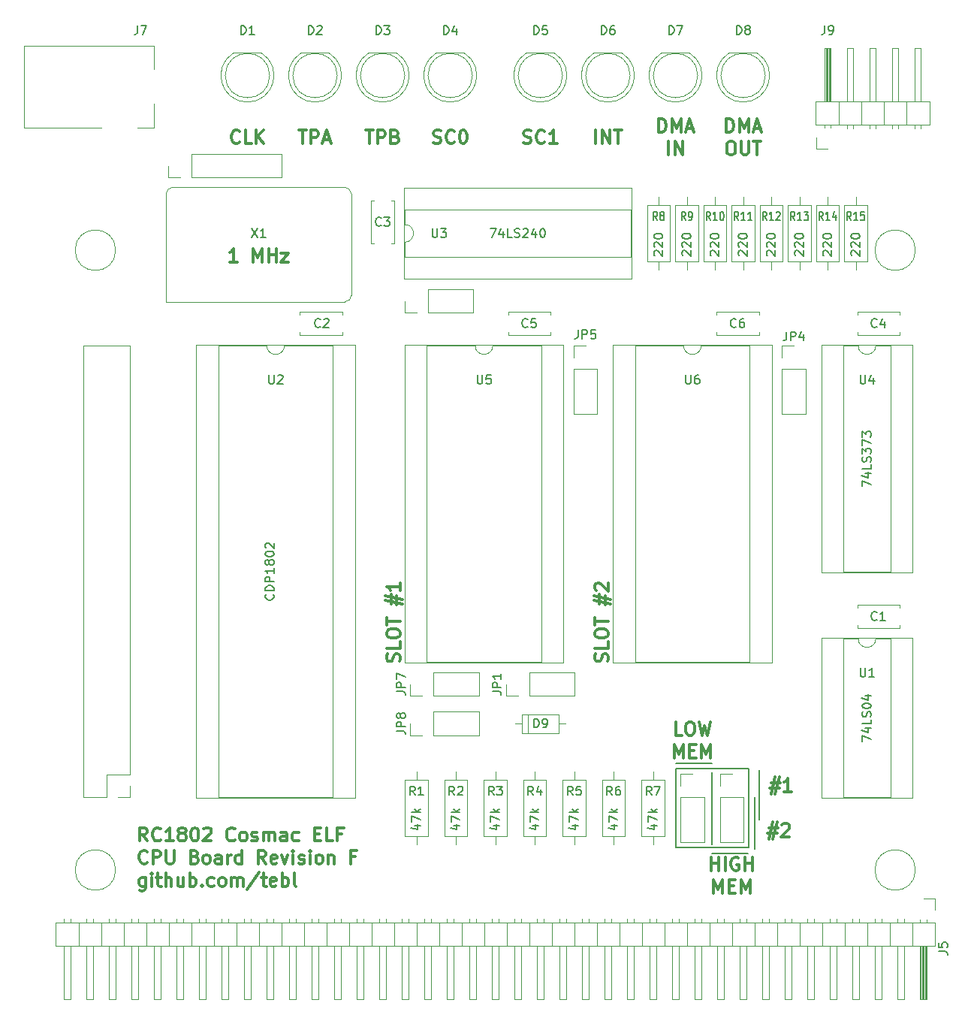
<source format=gto>
G04 #@! TF.GenerationSoftware,KiCad,Pcbnew,(5.1.5)-3*
G04 #@! TF.CreationDate,2020-04-10T18:54:41+02:00*
G04 #@! TF.ProjectId,RC1802 CPU,52433138-3032-4204-9350-552e6b696361,rev?*
G04 #@! TF.SameCoordinates,Original*
G04 #@! TF.FileFunction,Legend,Top*
G04 #@! TF.FilePolarity,Positive*
%FSLAX46Y46*%
G04 Gerber Fmt 4.6, Leading zero omitted, Abs format (unit mm)*
G04 Created by KiCad (PCBNEW (5.1.5)-3) date 2020-04-10 18:54:41*
%MOMM*%
%LPD*%
G04 APERTURE LIST*
%ADD10C,0.300000*%
%ADD11C,0.200000*%
%ADD12C,0.120000*%
%ADD13C,0.150000*%
G04 APERTURE END LIST*
D10*
X120797142Y-73068571D02*
X119940000Y-73068571D01*
X120368571Y-73068571D02*
X120368571Y-71568571D01*
X120225714Y-71782857D01*
X120082857Y-71925714D01*
X119940000Y-71997142D01*
X122582857Y-73068571D02*
X122582857Y-71568571D01*
X123082857Y-72640000D01*
X123582857Y-71568571D01*
X123582857Y-73068571D01*
X124297142Y-73068571D02*
X124297142Y-71568571D01*
X124297142Y-72282857D02*
X125154285Y-72282857D01*
X125154285Y-73068571D02*
X125154285Y-71568571D01*
X125725714Y-72068571D02*
X126511428Y-72068571D01*
X125725714Y-73068571D01*
X126511428Y-73068571D01*
X162532142Y-118093571D02*
X162603571Y-117879285D01*
X162603571Y-117522142D01*
X162532142Y-117379285D01*
X162460714Y-117307857D01*
X162317857Y-117236428D01*
X162175000Y-117236428D01*
X162032142Y-117307857D01*
X161960714Y-117379285D01*
X161889285Y-117522142D01*
X161817857Y-117807857D01*
X161746428Y-117950714D01*
X161675000Y-118022142D01*
X161532142Y-118093571D01*
X161389285Y-118093571D01*
X161246428Y-118022142D01*
X161175000Y-117950714D01*
X161103571Y-117807857D01*
X161103571Y-117450714D01*
X161175000Y-117236428D01*
X162603571Y-115879285D02*
X162603571Y-116593571D01*
X161103571Y-116593571D01*
X161103571Y-115093571D02*
X161103571Y-114807857D01*
X161175000Y-114665000D01*
X161317857Y-114522142D01*
X161603571Y-114450714D01*
X162103571Y-114450714D01*
X162389285Y-114522142D01*
X162532142Y-114665000D01*
X162603571Y-114807857D01*
X162603571Y-115093571D01*
X162532142Y-115236428D01*
X162389285Y-115379285D01*
X162103571Y-115450714D01*
X161603571Y-115450714D01*
X161317857Y-115379285D01*
X161175000Y-115236428D01*
X161103571Y-115093571D01*
X161103571Y-114022142D02*
X161103571Y-113165000D01*
X162603571Y-113593571D02*
X161103571Y-113593571D01*
X161603571Y-111593571D02*
X161603571Y-110522142D01*
X160960714Y-111165000D02*
X162889285Y-111593571D01*
X162246428Y-110665000D02*
X162246428Y-111736428D01*
X162889285Y-111093571D02*
X160960714Y-110665000D01*
X161246428Y-110093571D02*
X161175000Y-110022142D01*
X161103571Y-109879285D01*
X161103571Y-109522142D01*
X161175000Y-109379285D01*
X161246428Y-109307857D01*
X161389285Y-109236428D01*
X161532142Y-109236428D01*
X161746428Y-109307857D01*
X162603571Y-110165000D01*
X162603571Y-109236428D01*
X139037142Y-118093571D02*
X139108571Y-117879285D01*
X139108571Y-117522142D01*
X139037142Y-117379285D01*
X138965714Y-117307857D01*
X138822857Y-117236428D01*
X138680000Y-117236428D01*
X138537142Y-117307857D01*
X138465714Y-117379285D01*
X138394285Y-117522142D01*
X138322857Y-117807857D01*
X138251428Y-117950714D01*
X138180000Y-118022142D01*
X138037142Y-118093571D01*
X137894285Y-118093571D01*
X137751428Y-118022142D01*
X137680000Y-117950714D01*
X137608571Y-117807857D01*
X137608571Y-117450714D01*
X137680000Y-117236428D01*
X139108571Y-115879285D02*
X139108571Y-116593571D01*
X137608571Y-116593571D01*
X137608571Y-115093571D02*
X137608571Y-114807857D01*
X137680000Y-114665000D01*
X137822857Y-114522142D01*
X138108571Y-114450714D01*
X138608571Y-114450714D01*
X138894285Y-114522142D01*
X139037142Y-114665000D01*
X139108571Y-114807857D01*
X139108571Y-115093571D01*
X139037142Y-115236428D01*
X138894285Y-115379285D01*
X138608571Y-115450714D01*
X138108571Y-115450714D01*
X137822857Y-115379285D01*
X137680000Y-115236428D01*
X137608571Y-115093571D01*
X137608571Y-114022142D02*
X137608571Y-113165000D01*
X139108571Y-113593571D02*
X137608571Y-113593571D01*
X138108571Y-111593571D02*
X138108571Y-110522142D01*
X137465714Y-111165000D02*
X139394285Y-111593571D01*
X138751428Y-110665000D02*
X138751428Y-111736428D01*
X139394285Y-111093571D02*
X137465714Y-110665000D01*
X139108571Y-109236428D02*
X139108571Y-110093571D01*
X139108571Y-109665000D02*
X137608571Y-109665000D01*
X137822857Y-109807857D01*
X137965714Y-109950714D01*
X138037142Y-110093571D01*
D11*
X174244000Y-139700000D02*
X178308000Y-139700000D01*
X174244000Y-129540000D02*
X170180000Y-129540000D01*
D10*
X180685428Y-136838571D02*
X181756857Y-136838571D01*
X181114000Y-136195714D02*
X180685428Y-138124285D01*
X181614000Y-137481428D02*
X180542571Y-137481428D01*
X181185428Y-138124285D02*
X181614000Y-136195714D01*
X182185428Y-136481428D02*
X182256857Y-136410000D01*
X182399714Y-136338571D01*
X182756857Y-136338571D01*
X182899714Y-136410000D01*
X182971142Y-136481428D01*
X183042571Y-136624285D01*
X183042571Y-136767142D01*
X182971142Y-136981428D01*
X182114000Y-137838571D01*
X183042571Y-137838571D01*
X180939428Y-131758571D02*
X182010857Y-131758571D01*
X181368000Y-131115714D02*
X180939428Y-133044285D01*
X181868000Y-132401428D02*
X180796571Y-132401428D01*
X181439428Y-133044285D02*
X181868000Y-131115714D01*
X183296571Y-132758571D02*
X182439428Y-132758571D01*
X182868000Y-132758571D02*
X182868000Y-131258571D01*
X182725142Y-131472857D01*
X182582285Y-131615714D01*
X182439428Y-131687142D01*
D11*
X179578000Y-130302000D02*
X179578000Y-135890000D01*
X179070000Y-139192000D02*
X179070000Y-133350000D01*
X174244000Y-138684000D02*
X174244000Y-130556000D01*
X170180000Y-139065000D02*
X170180000Y-130175000D01*
X178435000Y-139065000D02*
X170180000Y-139065000D01*
X178435000Y-130175000D02*
X178435000Y-139065000D01*
X170180000Y-130175000D02*
X178435000Y-130175000D01*
D10*
X174208571Y-141643571D02*
X174208571Y-140143571D01*
X174208571Y-140857857D02*
X175065714Y-140857857D01*
X175065714Y-141643571D02*
X175065714Y-140143571D01*
X175780000Y-141643571D02*
X175780000Y-140143571D01*
X177280000Y-140215000D02*
X177137142Y-140143571D01*
X176922857Y-140143571D01*
X176708571Y-140215000D01*
X176565714Y-140357857D01*
X176494285Y-140500714D01*
X176422857Y-140786428D01*
X176422857Y-141000714D01*
X176494285Y-141286428D01*
X176565714Y-141429285D01*
X176708571Y-141572142D01*
X176922857Y-141643571D01*
X177065714Y-141643571D01*
X177280000Y-141572142D01*
X177351428Y-141500714D01*
X177351428Y-141000714D01*
X177065714Y-141000714D01*
X177994285Y-141643571D02*
X177994285Y-140143571D01*
X177994285Y-140857857D02*
X178851428Y-140857857D01*
X178851428Y-141643571D02*
X178851428Y-140143571D01*
X174494285Y-144193571D02*
X174494285Y-142693571D01*
X174994285Y-143765000D01*
X175494285Y-142693571D01*
X175494285Y-144193571D01*
X176208571Y-143407857D02*
X176708571Y-143407857D01*
X176922857Y-144193571D02*
X176208571Y-144193571D01*
X176208571Y-142693571D01*
X176922857Y-142693571D01*
X177565714Y-144193571D02*
X177565714Y-142693571D01*
X178065714Y-143765000D01*
X178565714Y-142693571D01*
X178565714Y-144193571D01*
X170906428Y-126403571D02*
X170192142Y-126403571D01*
X170192142Y-124903571D01*
X171692142Y-124903571D02*
X171977857Y-124903571D01*
X172120714Y-124975000D01*
X172263571Y-125117857D01*
X172335000Y-125403571D01*
X172335000Y-125903571D01*
X172263571Y-126189285D01*
X172120714Y-126332142D01*
X171977857Y-126403571D01*
X171692142Y-126403571D01*
X171549285Y-126332142D01*
X171406428Y-126189285D01*
X171335000Y-125903571D01*
X171335000Y-125403571D01*
X171406428Y-125117857D01*
X171549285Y-124975000D01*
X171692142Y-124903571D01*
X172835000Y-124903571D02*
X173192142Y-126403571D01*
X173477857Y-125332142D01*
X173763571Y-126403571D01*
X174120714Y-124903571D01*
X170049285Y-128953571D02*
X170049285Y-127453571D01*
X170549285Y-128525000D01*
X171049285Y-127453571D01*
X171049285Y-128953571D01*
X171763571Y-128167857D02*
X172263571Y-128167857D01*
X172477857Y-128953571D02*
X171763571Y-128953571D01*
X171763571Y-127453571D01*
X172477857Y-127453571D01*
X173120714Y-128953571D02*
X173120714Y-127453571D01*
X173620714Y-128525000D01*
X174120714Y-127453571D01*
X174120714Y-128953571D01*
X175907142Y-58458571D02*
X175907142Y-56958571D01*
X176264285Y-56958571D01*
X176478571Y-57030000D01*
X176621428Y-57172857D01*
X176692857Y-57315714D01*
X176764285Y-57601428D01*
X176764285Y-57815714D01*
X176692857Y-58101428D01*
X176621428Y-58244285D01*
X176478571Y-58387142D01*
X176264285Y-58458571D01*
X175907142Y-58458571D01*
X177407142Y-58458571D02*
X177407142Y-56958571D01*
X177907142Y-58030000D01*
X178407142Y-56958571D01*
X178407142Y-58458571D01*
X179050000Y-58030000D02*
X179764285Y-58030000D01*
X178907142Y-58458571D02*
X179407142Y-56958571D01*
X179907142Y-58458571D01*
X176300000Y-59508571D02*
X176585714Y-59508571D01*
X176728571Y-59580000D01*
X176871428Y-59722857D01*
X176942857Y-60008571D01*
X176942857Y-60508571D01*
X176871428Y-60794285D01*
X176728571Y-60937142D01*
X176585714Y-61008571D01*
X176300000Y-61008571D01*
X176157142Y-60937142D01*
X176014285Y-60794285D01*
X175942857Y-60508571D01*
X175942857Y-60008571D01*
X176014285Y-59722857D01*
X176157142Y-59580000D01*
X176300000Y-59508571D01*
X177585714Y-59508571D02*
X177585714Y-60722857D01*
X177657142Y-60865714D01*
X177728571Y-60937142D01*
X177871428Y-61008571D01*
X178157142Y-61008571D01*
X178300000Y-60937142D01*
X178371428Y-60865714D01*
X178442857Y-60722857D01*
X178442857Y-59508571D01*
X178942857Y-59508571D02*
X179800000Y-59508571D01*
X179371428Y-61008571D02*
X179371428Y-59508571D01*
X168287142Y-58458571D02*
X168287142Y-56958571D01*
X168644285Y-56958571D01*
X168858571Y-57030000D01*
X169001428Y-57172857D01*
X169072857Y-57315714D01*
X169144285Y-57601428D01*
X169144285Y-57815714D01*
X169072857Y-58101428D01*
X169001428Y-58244285D01*
X168858571Y-58387142D01*
X168644285Y-58458571D01*
X168287142Y-58458571D01*
X169787142Y-58458571D02*
X169787142Y-56958571D01*
X170287142Y-58030000D01*
X170787142Y-56958571D01*
X170787142Y-58458571D01*
X171430000Y-58030000D02*
X172144285Y-58030000D01*
X171287142Y-58458571D02*
X171787142Y-56958571D01*
X172287142Y-58458571D01*
X169394285Y-61008571D02*
X169394285Y-59508571D01*
X170108571Y-61008571D02*
X170108571Y-59508571D01*
X170965714Y-61008571D01*
X170965714Y-59508571D01*
X161202857Y-59733571D02*
X161202857Y-58233571D01*
X161917142Y-59733571D02*
X161917142Y-58233571D01*
X162774285Y-59733571D01*
X162774285Y-58233571D01*
X163274285Y-58233571D02*
X164131428Y-58233571D01*
X163702857Y-59733571D02*
X163702857Y-58233571D01*
X153047142Y-59662142D02*
X153261428Y-59733571D01*
X153618571Y-59733571D01*
X153761428Y-59662142D01*
X153832857Y-59590714D01*
X153904285Y-59447857D01*
X153904285Y-59305000D01*
X153832857Y-59162142D01*
X153761428Y-59090714D01*
X153618571Y-59019285D01*
X153332857Y-58947857D01*
X153190000Y-58876428D01*
X153118571Y-58805000D01*
X153047142Y-58662142D01*
X153047142Y-58519285D01*
X153118571Y-58376428D01*
X153190000Y-58305000D01*
X153332857Y-58233571D01*
X153690000Y-58233571D01*
X153904285Y-58305000D01*
X155404285Y-59590714D02*
X155332857Y-59662142D01*
X155118571Y-59733571D01*
X154975714Y-59733571D01*
X154761428Y-59662142D01*
X154618571Y-59519285D01*
X154547142Y-59376428D01*
X154475714Y-59090714D01*
X154475714Y-58876428D01*
X154547142Y-58590714D01*
X154618571Y-58447857D01*
X154761428Y-58305000D01*
X154975714Y-58233571D01*
X155118571Y-58233571D01*
X155332857Y-58305000D01*
X155404285Y-58376428D01*
X156832857Y-59733571D02*
X155975714Y-59733571D01*
X156404285Y-59733571D02*
X156404285Y-58233571D01*
X156261428Y-58447857D01*
X156118571Y-58590714D01*
X155975714Y-58662142D01*
X142887142Y-59662142D02*
X143101428Y-59733571D01*
X143458571Y-59733571D01*
X143601428Y-59662142D01*
X143672857Y-59590714D01*
X143744285Y-59447857D01*
X143744285Y-59305000D01*
X143672857Y-59162142D01*
X143601428Y-59090714D01*
X143458571Y-59019285D01*
X143172857Y-58947857D01*
X143030000Y-58876428D01*
X142958571Y-58805000D01*
X142887142Y-58662142D01*
X142887142Y-58519285D01*
X142958571Y-58376428D01*
X143030000Y-58305000D01*
X143172857Y-58233571D01*
X143530000Y-58233571D01*
X143744285Y-58305000D01*
X145244285Y-59590714D02*
X145172857Y-59662142D01*
X144958571Y-59733571D01*
X144815714Y-59733571D01*
X144601428Y-59662142D01*
X144458571Y-59519285D01*
X144387142Y-59376428D01*
X144315714Y-59090714D01*
X144315714Y-58876428D01*
X144387142Y-58590714D01*
X144458571Y-58447857D01*
X144601428Y-58305000D01*
X144815714Y-58233571D01*
X144958571Y-58233571D01*
X145172857Y-58305000D01*
X145244285Y-58376428D01*
X146172857Y-58233571D02*
X146315714Y-58233571D01*
X146458571Y-58305000D01*
X146530000Y-58376428D01*
X146601428Y-58519285D01*
X146672857Y-58805000D01*
X146672857Y-59162142D01*
X146601428Y-59447857D01*
X146530000Y-59590714D01*
X146458571Y-59662142D01*
X146315714Y-59733571D01*
X146172857Y-59733571D01*
X146030000Y-59662142D01*
X145958571Y-59590714D01*
X145887142Y-59447857D01*
X145815714Y-59162142D01*
X145815714Y-58805000D01*
X145887142Y-58519285D01*
X145958571Y-58376428D01*
X146030000Y-58305000D01*
X146172857Y-58233571D01*
X135231428Y-58233571D02*
X136088571Y-58233571D01*
X135660000Y-59733571D02*
X135660000Y-58233571D01*
X136588571Y-59733571D02*
X136588571Y-58233571D01*
X137160000Y-58233571D01*
X137302857Y-58305000D01*
X137374285Y-58376428D01*
X137445714Y-58519285D01*
X137445714Y-58733571D01*
X137374285Y-58876428D01*
X137302857Y-58947857D01*
X137160000Y-59019285D01*
X136588571Y-59019285D01*
X138588571Y-58947857D02*
X138802857Y-59019285D01*
X138874285Y-59090714D01*
X138945714Y-59233571D01*
X138945714Y-59447857D01*
X138874285Y-59590714D01*
X138802857Y-59662142D01*
X138660000Y-59733571D01*
X138088571Y-59733571D01*
X138088571Y-58233571D01*
X138588571Y-58233571D01*
X138731428Y-58305000D01*
X138802857Y-58376428D01*
X138874285Y-58519285D01*
X138874285Y-58662142D01*
X138802857Y-58805000D01*
X138731428Y-58876428D01*
X138588571Y-58947857D01*
X138088571Y-58947857D01*
X127718571Y-58233571D02*
X128575714Y-58233571D01*
X128147142Y-59733571D02*
X128147142Y-58233571D01*
X129075714Y-59733571D02*
X129075714Y-58233571D01*
X129647142Y-58233571D01*
X129790000Y-58305000D01*
X129861428Y-58376428D01*
X129932857Y-58519285D01*
X129932857Y-58733571D01*
X129861428Y-58876428D01*
X129790000Y-58947857D01*
X129647142Y-59019285D01*
X129075714Y-59019285D01*
X130504285Y-59305000D02*
X131218571Y-59305000D01*
X130361428Y-59733571D02*
X130861428Y-58233571D01*
X131361428Y-59733571D01*
X121027142Y-59590714D02*
X120955714Y-59662142D01*
X120741428Y-59733571D01*
X120598571Y-59733571D01*
X120384285Y-59662142D01*
X120241428Y-59519285D01*
X120170000Y-59376428D01*
X120098571Y-59090714D01*
X120098571Y-58876428D01*
X120170000Y-58590714D01*
X120241428Y-58447857D01*
X120384285Y-58305000D01*
X120598571Y-58233571D01*
X120741428Y-58233571D01*
X120955714Y-58305000D01*
X121027142Y-58376428D01*
X122384285Y-59733571D02*
X121670000Y-59733571D01*
X121670000Y-58233571D01*
X122884285Y-59733571D02*
X122884285Y-58233571D01*
X123741428Y-59733571D02*
X123098571Y-58876428D01*
X123741428Y-58233571D02*
X122884285Y-59090714D01*
X110629285Y-138336571D02*
X110129285Y-137622285D01*
X109772142Y-138336571D02*
X109772142Y-136836571D01*
X110343571Y-136836571D01*
X110486428Y-136908000D01*
X110557857Y-136979428D01*
X110629285Y-137122285D01*
X110629285Y-137336571D01*
X110557857Y-137479428D01*
X110486428Y-137550857D01*
X110343571Y-137622285D01*
X109772142Y-137622285D01*
X112129285Y-138193714D02*
X112057857Y-138265142D01*
X111843571Y-138336571D01*
X111700714Y-138336571D01*
X111486428Y-138265142D01*
X111343571Y-138122285D01*
X111272142Y-137979428D01*
X111200714Y-137693714D01*
X111200714Y-137479428D01*
X111272142Y-137193714D01*
X111343571Y-137050857D01*
X111486428Y-136908000D01*
X111700714Y-136836571D01*
X111843571Y-136836571D01*
X112057857Y-136908000D01*
X112129285Y-136979428D01*
X113557857Y-138336571D02*
X112700714Y-138336571D01*
X113129285Y-138336571D02*
X113129285Y-136836571D01*
X112986428Y-137050857D01*
X112843571Y-137193714D01*
X112700714Y-137265142D01*
X114415000Y-137479428D02*
X114272142Y-137408000D01*
X114200714Y-137336571D01*
X114129285Y-137193714D01*
X114129285Y-137122285D01*
X114200714Y-136979428D01*
X114272142Y-136908000D01*
X114415000Y-136836571D01*
X114700714Y-136836571D01*
X114843571Y-136908000D01*
X114915000Y-136979428D01*
X114986428Y-137122285D01*
X114986428Y-137193714D01*
X114915000Y-137336571D01*
X114843571Y-137408000D01*
X114700714Y-137479428D01*
X114415000Y-137479428D01*
X114272142Y-137550857D01*
X114200714Y-137622285D01*
X114129285Y-137765142D01*
X114129285Y-138050857D01*
X114200714Y-138193714D01*
X114272142Y-138265142D01*
X114415000Y-138336571D01*
X114700714Y-138336571D01*
X114843571Y-138265142D01*
X114915000Y-138193714D01*
X114986428Y-138050857D01*
X114986428Y-137765142D01*
X114915000Y-137622285D01*
X114843571Y-137550857D01*
X114700714Y-137479428D01*
X115915000Y-136836571D02*
X116057857Y-136836571D01*
X116200714Y-136908000D01*
X116272142Y-136979428D01*
X116343571Y-137122285D01*
X116415000Y-137408000D01*
X116415000Y-137765142D01*
X116343571Y-138050857D01*
X116272142Y-138193714D01*
X116200714Y-138265142D01*
X116057857Y-138336571D01*
X115915000Y-138336571D01*
X115772142Y-138265142D01*
X115700714Y-138193714D01*
X115629285Y-138050857D01*
X115557857Y-137765142D01*
X115557857Y-137408000D01*
X115629285Y-137122285D01*
X115700714Y-136979428D01*
X115772142Y-136908000D01*
X115915000Y-136836571D01*
X116986428Y-136979428D02*
X117057857Y-136908000D01*
X117200714Y-136836571D01*
X117557857Y-136836571D01*
X117700714Y-136908000D01*
X117772142Y-136979428D01*
X117843571Y-137122285D01*
X117843571Y-137265142D01*
X117772142Y-137479428D01*
X116915000Y-138336571D01*
X117843571Y-138336571D01*
X120486428Y-138193714D02*
X120415000Y-138265142D01*
X120200714Y-138336571D01*
X120057857Y-138336571D01*
X119843571Y-138265142D01*
X119700714Y-138122285D01*
X119629285Y-137979428D01*
X119557857Y-137693714D01*
X119557857Y-137479428D01*
X119629285Y-137193714D01*
X119700714Y-137050857D01*
X119843571Y-136908000D01*
X120057857Y-136836571D01*
X120200714Y-136836571D01*
X120415000Y-136908000D01*
X120486428Y-136979428D01*
X121343571Y-138336571D02*
X121200714Y-138265142D01*
X121129285Y-138193714D01*
X121057857Y-138050857D01*
X121057857Y-137622285D01*
X121129285Y-137479428D01*
X121200714Y-137408000D01*
X121343571Y-137336571D01*
X121557857Y-137336571D01*
X121700714Y-137408000D01*
X121772142Y-137479428D01*
X121843571Y-137622285D01*
X121843571Y-138050857D01*
X121772142Y-138193714D01*
X121700714Y-138265142D01*
X121557857Y-138336571D01*
X121343571Y-138336571D01*
X122415000Y-138265142D02*
X122557857Y-138336571D01*
X122843571Y-138336571D01*
X122986428Y-138265142D01*
X123057857Y-138122285D01*
X123057857Y-138050857D01*
X122986428Y-137908000D01*
X122843571Y-137836571D01*
X122629285Y-137836571D01*
X122486428Y-137765142D01*
X122415000Y-137622285D01*
X122415000Y-137550857D01*
X122486428Y-137408000D01*
X122629285Y-137336571D01*
X122843571Y-137336571D01*
X122986428Y-137408000D01*
X123700714Y-138336571D02*
X123700714Y-137336571D01*
X123700714Y-137479428D02*
X123772142Y-137408000D01*
X123915000Y-137336571D01*
X124129285Y-137336571D01*
X124272142Y-137408000D01*
X124343571Y-137550857D01*
X124343571Y-138336571D01*
X124343571Y-137550857D02*
X124415000Y-137408000D01*
X124557857Y-137336571D01*
X124772142Y-137336571D01*
X124915000Y-137408000D01*
X124986428Y-137550857D01*
X124986428Y-138336571D01*
X126343571Y-138336571D02*
X126343571Y-137550857D01*
X126272142Y-137408000D01*
X126129285Y-137336571D01*
X125843571Y-137336571D01*
X125700714Y-137408000D01*
X126343571Y-138265142D02*
X126200714Y-138336571D01*
X125843571Y-138336571D01*
X125700714Y-138265142D01*
X125629285Y-138122285D01*
X125629285Y-137979428D01*
X125700714Y-137836571D01*
X125843571Y-137765142D01*
X126200714Y-137765142D01*
X126343571Y-137693714D01*
X127700714Y-138265142D02*
X127557857Y-138336571D01*
X127272142Y-138336571D01*
X127129285Y-138265142D01*
X127057857Y-138193714D01*
X126986428Y-138050857D01*
X126986428Y-137622285D01*
X127057857Y-137479428D01*
X127129285Y-137408000D01*
X127272142Y-137336571D01*
X127557857Y-137336571D01*
X127700714Y-137408000D01*
X129486428Y-137550857D02*
X129986428Y-137550857D01*
X130200714Y-138336571D02*
X129486428Y-138336571D01*
X129486428Y-136836571D01*
X130200714Y-136836571D01*
X131557857Y-138336571D02*
X130843571Y-138336571D01*
X130843571Y-136836571D01*
X132557857Y-137550857D02*
X132057857Y-137550857D01*
X132057857Y-138336571D02*
X132057857Y-136836571D01*
X132772142Y-136836571D01*
X110629285Y-140743714D02*
X110557857Y-140815142D01*
X110343571Y-140886571D01*
X110200714Y-140886571D01*
X109986428Y-140815142D01*
X109843571Y-140672285D01*
X109772142Y-140529428D01*
X109700714Y-140243714D01*
X109700714Y-140029428D01*
X109772142Y-139743714D01*
X109843571Y-139600857D01*
X109986428Y-139458000D01*
X110200714Y-139386571D01*
X110343571Y-139386571D01*
X110557857Y-139458000D01*
X110629285Y-139529428D01*
X111272142Y-140886571D02*
X111272142Y-139386571D01*
X111843571Y-139386571D01*
X111986428Y-139458000D01*
X112057857Y-139529428D01*
X112129285Y-139672285D01*
X112129285Y-139886571D01*
X112057857Y-140029428D01*
X111986428Y-140100857D01*
X111843571Y-140172285D01*
X111272142Y-140172285D01*
X112772142Y-139386571D02*
X112772142Y-140600857D01*
X112843571Y-140743714D01*
X112915000Y-140815142D01*
X113057857Y-140886571D01*
X113343571Y-140886571D01*
X113486428Y-140815142D01*
X113557857Y-140743714D01*
X113629285Y-140600857D01*
X113629285Y-139386571D01*
X115986428Y-140100857D02*
X116200714Y-140172285D01*
X116272142Y-140243714D01*
X116343571Y-140386571D01*
X116343571Y-140600857D01*
X116272142Y-140743714D01*
X116200714Y-140815142D01*
X116057857Y-140886571D01*
X115486428Y-140886571D01*
X115486428Y-139386571D01*
X115986428Y-139386571D01*
X116129285Y-139458000D01*
X116200714Y-139529428D01*
X116272142Y-139672285D01*
X116272142Y-139815142D01*
X116200714Y-139958000D01*
X116129285Y-140029428D01*
X115986428Y-140100857D01*
X115486428Y-140100857D01*
X117200714Y-140886571D02*
X117057857Y-140815142D01*
X116986428Y-140743714D01*
X116915000Y-140600857D01*
X116915000Y-140172285D01*
X116986428Y-140029428D01*
X117057857Y-139958000D01*
X117200714Y-139886571D01*
X117415000Y-139886571D01*
X117557857Y-139958000D01*
X117629285Y-140029428D01*
X117700714Y-140172285D01*
X117700714Y-140600857D01*
X117629285Y-140743714D01*
X117557857Y-140815142D01*
X117415000Y-140886571D01*
X117200714Y-140886571D01*
X118986428Y-140886571D02*
X118986428Y-140100857D01*
X118915000Y-139958000D01*
X118772142Y-139886571D01*
X118486428Y-139886571D01*
X118343571Y-139958000D01*
X118986428Y-140815142D02*
X118843571Y-140886571D01*
X118486428Y-140886571D01*
X118343571Y-140815142D01*
X118272142Y-140672285D01*
X118272142Y-140529428D01*
X118343571Y-140386571D01*
X118486428Y-140315142D01*
X118843571Y-140315142D01*
X118986428Y-140243714D01*
X119700714Y-140886571D02*
X119700714Y-139886571D01*
X119700714Y-140172285D02*
X119772142Y-140029428D01*
X119843571Y-139958000D01*
X119986428Y-139886571D01*
X120129285Y-139886571D01*
X121272142Y-140886571D02*
X121272142Y-139386571D01*
X121272142Y-140815142D02*
X121129285Y-140886571D01*
X120843571Y-140886571D01*
X120700714Y-140815142D01*
X120629285Y-140743714D01*
X120557857Y-140600857D01*
X120557857Y-140172285D01*
X120629285Y-140029428D01*
X120700714Y-139958000D01*
X120843571Y-139886571D01*
X121129285Y-139886571D01*
X121272142Y-139958000D01*
X123986428Y-140886571D02*
X123486428Y-140172285D01*
X123129285Y-140886571D02*
X123129285Y-139386571D01*
X123700714Y-139386571D01*
X123843571Y-139458000D01*
X123915000Y-139529428D01*
X123986428Y-139672285D01*
X123986428Y-139886571D01*
X123915000Y-140029428D01*
X123843571Y-140100857D01*
X123700714Y-140172285D01*
X123129285Y-140172285D01*
X125200714Y-140815142D02*
X125057857Y-140886571D01*
X124772142Y-140886571D01*
X124629285Y-140815142D01*
X124557857Y-140672285D01*
X124557857Y-140100857D01*
X124629285Y-139958000D01*
X124772142Y-139886571D01*
X125057857Y-139886571D01*
X125200714Y-139958000D01*
X125272142Y-140100857D01*
X125272142Y-140243714D01*
X124557857Y-140386571D01*
X125772142Y-139886571D02*
X126129285Y-140886571D01*
X126486428Y-139886571D01*
X127057857Y-140886571D02*
X127057857Y-139886571D01*
X127057857Y-139386571D02*
X126986428Y-139458000D01*
X127057857Y-139529428D01*
X127129285Y-139458000D01*
X127057857Y-139386571D01*
X127057857Y-139529428D01*
X127700714Y-140815142D02*
X127843571Y-140886571D01*
X128129285Y-140886571D01*
X128272142Y-140815142D01*
X128343571Y-140672285D01*
X128343571Y-140600857D01*
X128272142Y-140458000D01*
X128129285Y-140386571D01*
X127915000Y-140386571D01*
X127772142Y-140315142D01*
X127700714Y-140172285D01*
X127700714Y-140100857D01*
X127772142Y-139958000D01*
X127915000Y-139886571D01*
X128129285Y-139886571D01*
X128272142Y-139958000D01*
X128986428Y-140886571D02*
X128986428Y-139886571D01*
X128986428Y-139386571D02*
X128915000Y-139458000D01*
X128986428Y-139529428D01*
X129057857Y-139458000D01*
X128986428Y-139386571D01*
X128986428Y-139529428D01*
X129915000Y-140886571D02*
X129772142Y-140815142D01*
X129700714Y-140743714D01*
X129629285Y-140600857D01*
X129629285Y-140172285D01*
X129700714Y-140029428D01*
X129772142Y-139958000D01*
X129915000Y-139886571D01*
X130129285Y-139886571D01*
X130272142Y-139958000D01*
X130343571Y-140029428D01*
X130415000Y-140172285D01*
X130415000Y-140600857D01*
X130343571Y-140743714D01*
X130272142Y-140815142D01*
X130129285Y-140886571D01*
X129915000Y-140886571D01*
X131057857Y-139886571D02*
X131057857Y-140886571D01*
X131057857Y-140029428D02*
X131129285Y-139958000D01*
X131272142Y-139886571D01*
X131486428Y-139886571D01*
X131629285Y-139958000D01*
X131700714Y-140100857D01*
X131700714Y-140886571D01*
X134057857Y-140100857D02*
X133557857Y-140100857D01*
X133557857Y-140886571D02*
X133557857Y-139386571D01*
X134272142Y-139386571D01*
X110415000Y-142436571D02*
X110415000Y-143650857D01*
X110343571Y-143793714D01*
X110272142Y-143865142D01*
X110129285Y-143936571D01*
X109915000Y-143936571D01*
X109772142Y-143865142D01*
X110415000Y-143365142D02*
X110272142Y-143436571D01*
X109986428Y-143436571D01*
X109843571Y-143365142D01*
X109772142Y-143293714D01*
X109700714Y-143150857D01*
X109700714Y-142722285D01*
X109772142Y-142579428D01*
X109843571Y-142508000D01*
X109986428Y-142436571D01*
X110272142Y-142436571D01*
X110415000Y-142508000D01*
X111129285Y-143436571D02*
X111129285Y-142436571D01*
X111129285Y-141936571D02*
X111057857Y-142008000D01*
X111129285Y-142079428D01*
X111200714Y-142008000D01*
X111129285Y-141936571D01*
X111129285Y-142079428D01*
X111629285Y-142436571D02*
X112200714Y-142436571D01*
X111843571Y-141936571D02*
X111843571Y-143222285D01*
X111915000Y-143365142D01*
X112057857Y-143436571D01*
X112200714Y-143436571D01*
X112700714Y-143436571D02*
X112700714Y-141936571D01*
X113343571Y-143436571D02*
X113343571Y-142650857D01*
X113272142Y-142508000D01*
X113129285Y-142436571D01*
X112915000Y-142436571D01*
X112772142Y-142508000D01*
X112700714Y-142579428D01*
X114700714Y-142436571D02*
X114700714Y-143436571D01*
X114057857Y-142436571D02*
X114057857Y-143222285D01*
X114129285Y-143365142D01*
X114272142Y-143436571D01*
X114486428Y-143436571D01*
X114629285Y-143365142D01*
X114700714Y-143293714D01*
X115415000Y-143436571D02*
X115415000Y-141936571D01*
X115415000Y-142508000D02*
X115557857Y-142436571D01*
X115843571Y-142436571D01*
X115986428Y-142508000D01*
X116057857Y-142579428D01*
X116129285Y-142722285D01*
X116129285Y-143150857D01*
X116057857Y-143293714D01*
X115986428Y-143365142D01*
X115843571Y-143436571D01*
X115557857Y-143436571D01*
X115415000Y-143365142D01*
X116772142Y-143293714D02*
X116843571Y-143365142D01*
X116772142Y-143436571D01*
X116700714Y-143365142D01*
X116772142Y-143293714D01*
X116772142Y-143436571D01*
X118129285Y-143365142D02*
X117986428Y-143436571D01*
X117700714Y-143436571D01*
X117557857Y-143365142D01*
X117486428Y-143293714D01*
X117415000Y-143150857D01*
X117415000Y-142722285D01*
X117486428Y-142579428D01*
X117557857Y-142508000D01*
X117700714Y-142436571D01*
X117986428Y-142436571D01*
X118129285Y-142508000D01*
X118986428Y-143436571D02*
X118843571Y-143365142D01*
X118772142Y-143293714D01*
X118700714Y-143150857D01*
X118700714Y-142722285D01*
X118772142Y-142579428D01*
X118843571Y-142508000D01*
X118986428Y-142436571D01*
X119200714Y-142436571D01*
X119343571Y-142508000D01*
X119415000Y-142579428D01*
X119486428Y-142722285D01*
X119486428Y-143150857D01*
X119415000Y-143293714D01*
X119343571Y-143365142D01*
X119200714Y-143436571D01*
X118986428Y-143436571D01*
X120129285Y-143436571D02*
X120129285Y-142436571D01*
X120129285Y-142579428D02*
X120200714Y-142508000D01*
X120343571Y-142436571D01*
X120557857Y-142436571D01*
X120700714Y-142508000D01*
X120772142Y-142650857D01*
X120772142Y-143436571D01*
X120772142Y-142650857D02*
X120843571Y-142508000D01*
X120986428Y-142436571D01*
X121200714Y-142436571D01*
X121343571Y-142508000D01*
X121415000Y-142650857D01*
X121415000Y-143436571D01*
X123200714Y-141865142D02*
X121915000Y-143793714D01*
X123486428Y-142436571D02*
X124057857Y-142436571D01*
X123700714Y-141936571D02*
X123700714Y-143222285D01*
X123772142Y-143365142D01*
X123915000Y-143436571D01*
X124057857Y-143436571D01*
X125129285Y-143365142D02*
X124986428Y-143436571D01*
X124700714Y-143436571D01*
X124557857Y-143365142D01*
X124486428Y-143222285D01*
X124486428Y-142650857D01*
X124557857Y-142508000D01*
X124700714Y-142436571D01*
X124986428Y-142436571D01*
X125129285Y-142508000D01*
X125200714Y-142650857D01*
X125200714Y-142793714D01*
X124486428Y-142936571D01*
X125843571Y-143436571D02*
X125843571Y-141936571D01*
X125843571Y-142508000D02*
X125986428Y-142436571D01*
X126272142Y-142436571D01*
X126415000Y-142508000D01*
X126486428Y-142579428D01*
X126557857Y-142722285D01*
X126557857Y-143150857D01*
X126486428Y-143293714D01*
X126415000Y-143365142D01*
X126272142Y-143436571D01*
X125986428Y-143436571D01*
X125843571Y-143365142D01*
X127415000Y-143436571D02*
X127272142Y-143365142D01*
X127200714Y-143222285D01*
X127200714Y-141936571D01*
D12*
X112740000Y-65420000D02*
X112740000Y-77570000D01*
X132890000Y-64670000D02*
X113490000Y-64670000D01*
X133640000Y-76820000D02*
X133640000Y-65420000D01*
X112740000Y-77570000D02*
X132890000Y-77570000D01*
X132890000Y-77570000D02*
G75*
G03X133640000Y-76820000I0J750000D01*
G01*
X133640000Y-65420000D02*
G75*
G03X132890000Y-64670000I-750000J0D01*
G01*
X113490000Y-64670000D02*
G75*
G03X112740000Y-65420000I0J-750000D01*
G01*
X195490000Y-114340000D02*
X190670000Y-114340000D01*
X195490000Y-111720000D02*
X190670000Y-111720000D01*
X195490000Y-114340000D02*
X195490000Y-114026000D01*
X195490000Y-112034000D02*
X195490000Y-111720000D01*
X190670000Y-114340000D02*
X190670000Y-114026000D01*
X190670000Y-112034000D02*
X190670000Y-111720000D01*
X132625000Y-81320000D02*
X127805000Y-81320000D01*
X132625000Y-78700000D02*
X127805000Y-78700000D01*
X132625000Y-81320000D02*
X132625000Y-81006000D01*
X132625000Y-79014000D02*
X132625000Y-78700000D01*
X127805000Y-81320000D02*
X127805000Y-81006000D01*
X127805000Y-79014000D02*
X127805000Y-78700000D01*
X138470000Y-66130000D02*
X138470000Y-70950000D01*
X135850000Y-66130000D02*
X135850000Y-70950000D01*
X138470000Y-66130000D02*
X138156000Y-66130000D01*
X136164000Y-66130000D02*
X135850000Y-66130000D01*
X138470000Y-70950000D02*
X138156000Y-70950000D01*
X136164000Y-70950000D02*
X135850000Y-70950000D01*
X195490000Y-81320000D02*
X190670000Y-81320000D01*
X195490000Y-78700000D02*
X190670000Y-78700000D01*
X195490000Y-81320000D02*
X195490000Y-81006000D01*
X195490000Y-79014000D02*
X195490000Y-78700000D01*
X190670000Y-81320000D02*
X190670000Y-81006000D01*
X190670000Y-79014000D02*
X190670000Y-78700000D01*
X156120000Y-81320000D02*
X151300000Y-81320000D01*
X156120000Y-78700000D02*
X151300000Y-78700000D01*
X156120000Y-81320000D02*
X156120000Y-81006000D01*
X156120000Y-79014000D02*
X156120000Y-78700000D01*
X151300000Y-81320000D02*
X151300000Y-81006000D01*
X151300000Y-79014000D02*
X151300000Y-78700000D01*
X107061000Y-141605000D02*
G75*
G03X107061000Y-141605000I-2286000J0D01*
G01*
X107061000Y-71755000D02*
G75*
G03X107061000Y-71755000I-2286000J0D01*
G01*
X170755000Y-133350000D02*
X170755000Y-138490000D01*
X170755000Y-138490000D02*
X173415000Y-138490000D01*
X173415000Y-138490000D02*
X173415000Y-133350000D01*
X173415000Y-133350000D02*
X170755000Y-133350000D01*
X170755000Y-132080000D02*
X170755000Y-130750000D01*
X170755000Y-130750000D02*
X172085000Y-130750000D01*
X182185000Y-85090000D02*
X182185000Y-90230000D01*
X182185000Y-90230000D02*
X184845000Y-90230000D01*
X184845000Y-90230000D02*
X184845000Y-85090000D01*
X184845000Y-85090000D02*
X182185000Y-85090000D01*
X182185000Y-83820000D02*
X182185000Y-82490000D01*
X182185000Y-82490000D02*
X183515000Y-82490000D01*
X139660000Y-137830000D02*
X142280000Y-137830000D01*
X142280000Y-137830000D02*
X142280000Y-131410000D01*
X142280000Y-131410000D02*
X139660000Y-131410000D01*
X139660000Y-131410000D02*
X139660000Y-137830000D01*
X140970000Y-138720000D02*
X140970000Y-137830000D01*
X140970000Y-130520000D02*
X140970000Y-131410000D01*
X144105000Y-137830000D02*
X146725000Y-137830000D01*
X146725000Y-137830000D02*
X146725000Y-131410000D01*
X146725000Y-131410000D02*
X144105000Y-131410000D01*
X144105000Y-131410000D02*
X144105000Y-137830000D01*
X145415000Y-138720000D02*
X145415000Y-137830000D01*
X145415000Y-130520000D02*
X145415000Y-131410000D01*
X148550000Y-137830000D02*
X151170000Y-137830000D01*
X151170000Y-137830000D02*
X151170000Y-131410000D01*
X151170000Y-131410000D02*
X148550000Y-131410000D01*
X148550000Y-131410000D02*
X148550000Y-137830000D01*
X149860000Y-138720000D02*
X149860000Y-137830000D01*
X149860000Y-130520000D02*
X149860000Y-131410000D01*
X152995000Y-137830000D02*
X155615000Y-137830000D01*
X155615000Y-137830000D02*
X155615000Y-131410000D01*
X155615000Y-131410000D02*
X152995000Y-131410000D01*
X152995000Y-131410000D02*
X152995000Y-137830000D01*
X154305000Y-138720000D02*
X154305000Y-137830000D01*
X154305000Y-130520000D02*
X154305000Y-131410000D01*
X157440000Y-137830000D02*
X160060000Y-137830000D01*
X160060000Y-137830000D02*
X160060000Y-131410000D01*
X160060000Y-131410000D02*
X157440000Y-131410000D01*
X157440000Y-131410000D02*
X157440000Y-137830000D01*
X158750000Y-138720000D02*
X158750000Y-137830000D01*
X158750000Y-130520000D02*
X158750000Y-131410000D01*
X161885000Y-137830000D02*
X164505000Y-137830000D01*
X164505000Y-137830000D02*
X164505000Y-131410000D01*
X164505000Y-131410000D02*
X161885000Y-131410000D01*
X161885000Y-131410000D02*
X161885000Y-137830000D01*
X163195000Y-138720000D02*
X163195000Y-137830000D01*
X163195000Y-130520000D02*
X163195000Y-131410000D01*
X166330000Y-137830000D02*
X168950000Y-137830000D01*
X168950000Y-137830000D02*
X168950000Y-131410000D01*
X168950000Y-131410000D02*
X166330000Y-131410000D01*
X166330000Y-131410000D02*
X166330000Y-137830000D01*
X167640000Y-138720000D02*
X167640000Y-137830000D01*
X167640000Y-130520000D02*
X167640000Y-131410000D01*
X197231000Y-141605000D02*
G75*
G03X197231000Y-141605000I-2286000J0D01*
G01*
X197231000Y-71755000D02*
G75*
G03X197231000Y-71755000I-2286000J0D01*
G01*
X199450000Y-147490000D02*
X100270000Y-147490000D01*
X100270000Y-147490000D02*
X100270000Y-150150000D01*
X100270000Y-150150000D02*
X199450000Y-150150000D01*
X199450000Y-150150000D02*
X199450000Y-147490000D01*
X198500000Y-150150000D02*
X198500000Y-156150000D01*
X198500000Y-156150000D02*
X197740000Y-156150000D01*
X197740000Y-156150000D02*
X197740000Y-150150000D01*
X198440000Y-150150000D02*
X198440000Y-156150000D01*
X198320000Y-150150000D02*
X198320000Y-156150000D01*
X198200000Y-150150000D02*
X198200000Y-156150000D01*
X198080000Y-150150000D02*
X198080000Y-156150000D01*
X197960000Y-150150000D02*
X197960000Y-156150000D01*
X197840000Y-150150000D02*
X197840000Y-156150000D01*
X198500000Y-147160000D02*
X198500000Y-147490000D01*
X197740000Y-147160000D02*
X197740000Y-147490000D01*
X196850000Y-147490000D02*
X196850000Y-150150000D01*
X195960000Y-150150000D02*
X195960000Y-156150000D01*
X195960000Y-156150000D02*
X195200000Y-156150000D01*
X195200000Y-156150000D02*
X195200000Y-150150000D01*
X195960000Y-147092929D02*
X195960000Y-147490000D01*
X195200000Y-147092929D02*
X195200000Y-147490000D01*
X194310000Y-147490000D02*
X194310000Y-150150000D01*
X193420000Y-150150000D02*
X193420000Y-156150000D01*
X193420000Y-156150000D02*
X192660000Y-156150000D01*
X192660000Y-156150000D02*
X192660000Y-150150000D01*
X193420000Y-147092929D02*
X193420000Y-147490000D01*
X192660000Y-147092929D02*
X192660000Y-147490000D01*
X191770000Y-147490000D02*
X191770000Y-150150000D01*
X190880000Y-150150000D02*
X190880000Y-156150000D01*
X190880000Y-156150000D02*
X190120000Y-156150000D01*
X190120000Y-156150000D02*
X190120000Y-150150000D01*
X190880000Y-147092929D02*
X190880000Y-147490000D01*
X190120000Y-147092929D02*
X190120000Y-147490000D01*
X189230000Y-147490000D02*
X189230000Y-150150000D01*
X188340000Y-150150000D02*
X188340000Y-156150000D01*
X188340000Y-156150000D02*
X187580000Y-156150000D01*
X187580000Y-156150000D02*
X187580000Y-150150000D01*
X188340000Y-147092929D02*
X188340000Y-147490000D01*
X187580000Y-147092929D02*
X187580000Y-147490000D01*
X186690000Y-147490000D02*
X186690000Y-150150000D01*
X185800000Y-150150000D02*
X185800000Y-156150000D01*
X185800000Y-156150000D02*
X185040000Y-156150000D01*
X185040000Y-156150000D02*
X185040000Y-150150000D01*
X185800000Y-147092929D02*
X185800000Y-147490000D01*
X185040000Y-147092929D02*
X185040000Y-147490000D01*
X184150000Y-147490000D02*
X184150000Y-150150000D01*
X183260000Y-150150000D02*
X183260000Y-156150000D01*
X183260000Y-156150000D02*
X182500000Y-156150000D01*
X182500000Y-156150000D02*
X182500000Y-150150000D01*
X183260000Y-147092929D02*
X183260000Y-147490000D01*
X182500000Y-147092929D02*
X182500000Y-147490000D01*
X181610000Y-147490000D02*
X181610000Y-150150000D01*
X180720000Y-150150000D02*
X180720000Y-156150000D01*
X180720000Y-156150000D02*
X179960000Y-156150000D01*
X179960000Y-156150000D02*
X179960000Y-150150000D01*
X180720000Y-147092929D02*
X180720000Y-147490000D01*
X179960000Y-147092929D02*
X179960000Y-147490000D01*
X179070000Y-147490000D02*
X179070000Y-150150000D01*
X178180000Y-150150000D02*
X178180000Y-156150000D01*
X178180000Y-156150000D02*
X177420000Y-156150000D01*
X177420000Y-156150000D02*
X177420000Y-150150000D01*
X178180000Y-147092929D02*
X178180000Y-147490000D01*
X177420000Y-147092929D02*
X177420000Y-147490000D01*
X176530000Y-147490000D02*
X176530000Y-150150000D01*
X175640000Y-150150000D02*
X175640000Y-156150000D01*
X175640000Y-156150000D02*
X174880000Y-156150000D01*
X174880000Y-156150000D02*
X174880000Y-150150000D01*
X175640000Y-147092929D02*
X175640000Y-147490000D01*
X174880000Y-147092929D02*
X174880000Y-147490000D01*
X173990000Y-147490000D02*
X173990000Y-150150000D01*
X173100000Y-150150000D02*
X173100000Y-156150000D01*
X173100000Y-156150000D02*
X172340000Y-156150000D01*
X172340000Y-156150000D02*
X172340000Y-150150000D01*
X173100000Y-147092929D02*
X173100000Y-147490000D01*
X172340000Y-147092929D02*
X172340000Y-147490000D01*
X171450000Y-147490000D02*
X171450000Y-150150000D01*
X170560000Y-150150000D02*
X170560000Y-156150000D01*
X170560000Y-156150000D02*
X169800000Y-156150000D01*
X169800000Y-156150000D02*
X169800000Y-150150000D01*
X170560000Y-147092929D02*
X170560000Y-147490000D01*
X169800000Y-147092929D02*
X169800000Y-147490000D01*
X168910000Y-147490000D02*
X168910000Y-150150000D01*
X168020000Y-150150000D02*
X168020000Y-156150000D01*
X168020000Y-156150000D02*
X167260000Y-156150000D01*
X167260000Y-156150000D02*
X167260000Y-150150000D01*
X168020000Y-147092929D02*
X168020000Y-147490000D01*
X167260000Y-147092929D02*
X167260000Y-147490000D01*
X166370000Y-147490000D02*
X166370000Y-150150000D01*
X165480000Y-150150000D02*
X165480000Y-156150000D01*
X165480000Y-156150000D02*
X164720000Y-156150000D01*
X164720000Y-156150000D02*
X164720000Y-150150000D01*
X165480000Y-147092929D02*
X165480000Y-147490000D01*
X164720000Y-147092929D02*
X164720000Y-147490000D01*
X163830000Y-147490000D02*
X163830000Y-150150000D01*
X162940000Y-150150000D02*
X162940000Y-156150000D01*
X162940000Y-156150000D02*
X162180000Y-156150000D01*
X162180000Y-156150000D02*
X162180000Y-150150000D01*
X162940000Y-147092929D02*
X162940000Y-147490000D01*
X162180000Y-147092929D02*
X162180000Y-147490000D01*
X161290000Y-147490000D02*
X161290000Y-150150000D01*
X160400000Y-150150000D02*
X160400000Y-156150000D01*
X160400000Y-156150000D02*
X159640000Y-156150000D01*
X159640000Y-156150000D02*
X159640000Y-150150000D01*
X160400000Y-147092929D02*
X160400000Y-147490000D01*
X159640000Y-147092929D02*
X159640000Y-147490000D01*
X158750000Y-147490000D02*
X158750000Y-150150000D01*
X157860000Y-150150000D02*
X157860000Y-156150000D01*
X157860000Y-156150000D02*
X157100000Y-156150000D01*
X157100000Y-156150000D02*
X157100000Y-150150000D01*
X157860000Y-147092929D02*
X157860000Y-147490000D01*
X157100000Y-147092929D02*
X157100000Y-147490000D01*
X156210000Y-147490000D02*
X156210000Y-150150000D01*
X155320000Y-150150000D02*
X155320000Y-156150000D01*
X155320000Y-156150000D02*
X154560000Y-156150000D01*
X154560000Y-156150000D02*
X154560000Y-150150000D01*
X155320000Y-147092929D02*
X155320000Y-147490000D01*
X154560000Y-147092929D02*
X154560000Y-147490000D01*
X153670000Y-147490000D02*
X153670000Y-150150000D01*
X152780000Y-150150000D02*
X152780000Y-156150000D01*
X152780000Y-156150000D02*
X152020000Y-156150000D01*
X152020000Y-156150000D02*
X152020000Y-150150000D01*
X152780000Y-147092929D02*
X152780000Y-147490000D01*
X152020000Y-147092929D02*
X152020000Y-147490000D01*
X151130000Y-147490000D02*
X151130000Y-150150000D01*
X150240000Y-150150000D02*
X150240000Y-156150000D01*
X150240000Y-156150000D02*
X149480000Y-156150000D01*
X149480000Y-156150000D02*
X149480000Y-150150000D01*
X150240000Y-147092929D02*
X150240000Y-147490000D01*
X149480000Y-147092929D02*
X149480000Y-147490000D01*
X148590000Y-147490000D02*
X148590000Y-150150000D01*
X147700000Y-150150000D02*
X147700000Y-156150000D01*
X147700000Y-156150000D02*
X146940000Y-156150000D01*
X146940000Y-156150000D02*
X146940000Y-150150000D01*
X147700000Y-147092929D02*
X147700000Y-147490000D01*
X146940000Y-147092929D02*
X146940000Y-147490000D01*
X146050000Y-147490000D02*
X146050000Y-150150000D01*
X145160000Y-150150000D02*
X145160000Y-156150000D01*
X145160000Y-156150000D02*
X144400000Y-156150000D01*
X144400000Y-156150000D02*
X144400000Y-150150000D01*
X145160000Y-147092929D02*
X145160000Y-147490000D01*
X144400000Y-147092929D02*
X144400000Y-147490000D01*
X143510000Y-147490000D02*
X143510000Y-150150000D01*
X142620000Y-150150000D02*
X142620000Y-156150000D01*
X142620000Y-156150000D02*
X141860000Y-156150000D01*
X141860000Y-156150000D02*
X141860000Y-150150000D01*
X142620000Y-147092929D02*
X142620000Y-147490000D01*
X141860000Y-147092929D02*
X141860000Y-147490000D01*
X140970000Y-147490000D02*
X140970000Y-150150000D01*
X140080000Y-150150000D02*
X140080000Y-156150000D01*
X140080000Y-156150000D02*
X139320000Y-156150000D01*
X139320000Y-156150000D02*
X139320000Y-150150000D01*
X140080000Y-147092929D02*
X140080000Y-147490000D01*
X139320000Y-147092929D02*
X139320000Y-147490000D01*
X138430000Y-147490000D02*
X138430000Y-150150000D01*
X137540000Y-150150000D02*
X137540000Y-156150000D01*
X137540000Y-156150000D02*
X136780000Y-156150000D01*
X136780000Y-156150000D02*
X136780000Y-150150000D01*
X137540000Y-147092929D02*
X137540000Y-147490000D01*
X136780000Y-147092929D02*
X136780000Y-147490000D01*
X135890000Y-147490000D02*
X135890000Y-150150000D01*
X135000000Y-150150000D02*
X135000000Y-156150000D01*
X135000000Y-156150000D02*
X134240000Y-156150000D01*
X134240000Y-156150000D02*
X134240000Y-150150000D01*
X135000000Y-147092929D02*
X135000000Y-147490000D01*
X134240000Y-147092929D02*
X134240000Y-147490000D01*
X133350000Y-147490000D02*
X133350000Y-150150000D01*
X132460000Y-150150000D02*
X132460000Y-156150000D01*
X132460000Y-156150000D02*
X131700000Y-156150000D01*
X131700000Y-156150000D02*
X131700000Y-150150000D01*
X132460000Y-147092929D02*
X132460000Y-147490000D01*
X131700000Y-147092929D02*
X131700000Y-147490000D01*
X130810000Y-147490000D02*
X130810000Y-150150000D01*
X129920000Y-150150000D02*
X129920000Y-156150000D01*
X129920000Y-156150000D02*
X129160000Y-156150000D01*
X129160000Y-156150000D02*
X129160000Y-150150000D01*
X129920000Y-147092929D02*
X129920000Y-147490000D01*
X129160000Y-147092929D02*
X129160000Y-147490000D01*
X128270000Y-147490000D02*
X128270000Y-150150000D01*
X127380000Y-150150000D02*
X127380000Y-156150000D01*
X127380000Y-156150000D02*
X126620000Y-156150000D01*
X126620000Y-156150000D02*
X126620000Y-150150000D01*
X127380000Y-147092929D02*
X127380000Y-147490000D01*
X126620000Y-147092929D02*
X126620000Y-147490000D01*
X125730000Y-147490000D02*
X125730000Y-150150000D01*
X124840000Y-150150000D02*
X124840000Y-156150000D01*
X124840000Y-156150000D02*
X124080000Y-156150000D01*
X124080000Y-156150000D02*
X124080000Y-150150000D01*
X124840000Y-147092929D02*
X124840000Y-147490000D01*
X124080000Y-147092929D02*
X124080000Y-147490000D01*
X123190000Y-147490000D02*
X123190000Y-150150000D01*
X122300000Y-150150000D02*
X122300000Y-156150000D01*
X122300000Y-156150000D02*
X121540000Y-156150000D01*
X121540000Y-156150000D02*
X121540000Y-150150000D01*
X122300000Y-147092929D02*
X122300000Y-147490000D01*
X121540000Y-147092929D02*
X121540000Y-147490000D01*
X120650000Y-147490000D02*
X120650000Y-150150000D01*
X119760000Y-150150000D02*
X119760000Y-156150000D01*
X119760000Y-156150000D02*
X119000000Y-156150000D01*
X119000000Y-156150000D02*
X119000000Y-150150000D01*
X119760000Y-147092929D02*
X119760000Y-147490000D01*
X119000000Y-147092929D02*
X119000000Y-147490000D01*
X118110000Y-147490000D02*
X118110000Y-150150000D01*
X117220000Y-150150000D02*
X117220000Y-156150000D01*
X117220000Y-156150000D02*
X116460000Y-156150000D01*
X116460000Y-156150000D02*
X116460000Y-150150000D01*
X117220000Y-147092929D02*
X117220000Y-147490000D01*
X116460000Y-147092929D02*
X116460000Y-147490000D01*
X115570000Y-147490000D02*
X115570000Y-150150000D01*
X114680000Y-150150000D02*
X114680000Y-156150000D01*
X114680000Y-156150000D02*
X113920000Y-156150000D01*
X113920000Y-156150000D02*
X113920000Y-150150000D01*
X114680000Y-147092929D02*
X114680000Y-147490000D01*
X113920000Y-147092929D02*
X113920000Y-147490000D01*
X113030000Y-147490000D02*
X113030000Y-150150000D01*
X112140000Y-150150000D02*
X112140000Y-156150000D01*
X112140000Y-156150000D02*
X111380000Y-156150000D01*
X111380000Y-156150000D02*
X111380000Y-150150000D01*
X112140000Y-147092929D02*
X112140000Y-147490000D01*
X111380000Y-147092929D02*
X111380000Y-147490000D01*
X110490000Y-147490000D02*
X110490000Y-150150000D01*
X109600000Y-150150000D02*
X109600000Y-156150000D01*
X109600000Y-156150000D02*
X108840000Y-156150000D01*
X108840000Y-156150000D02*
X108840000Y-150150000D01*
X109600000Y-147092929D02*
X109600000Y-147490000D01*
X108840000Y-147092929D02*
X108840000Y-147490000D01*
X107950000Y-147490000D02*
X107950000Y-150150000D01*
X107060000Y-150150000D02*
X107060000Y-156150000D01*
X107060000Y-156150000D02*
X106300000Y-156150000D01*
X106300000Y-156150000D02*
X106300000Y-150150000D01*
X107060000Y-147092929D02*
X107060000Y-147490000D01*
X106300000Y-147092929D02*
X106300000Y-147490000D01*
X105410000Y-147490000D02*
X105410000Y-150150000D01*
X104520000Y-150150000D02*
X104520000Y-156150000D01*
X104520000Y-156150000D02*
X103760000Y-156150000D01*
X103760000Y-156150000D02*
X103760000Y-150150000D01*
X104520000Y-147092929D02*
X104520000Y-147490000D01*
X103760000Y-147092929D02*
X103760000Y-147490000D01*
X102870000Y-147490000D02*
X102870000Y-150150000D01*
X101980000Y-150150000D02*
X101980000Y-156150000D01*
X101980000Y-156150000D02*
X101220000Y-156150000D01*
X101220000Y-156150000D02*
X101220000Y-150150000D01*
X101980000Y-147092929D02*
X101980000Y-147490000D01*
X101220000Y-147092929D02*
X101220000Y-147490000D01*
X198120000Y-144780000D02*
X199390000Y-144780000D01*
X199390000Y-144780000D02*
X199390000Y-146050000D01*
X105490000Y-57940000D02*
X96690000Y-57940000D01*
X96690000Y-57940000D02*
X96690000Y-48740000D01*
X111390000Y-55240000D02*
X111390000Y-57940000D01*
X111390000Y-57940000D02*
X109490000Y-57940000D01*
X96690000Y-48740000D02*
X111390000Y-48740000D01*
X111390000Y-48740000D02*
X111390000Y-51340000D01*
X175200000Y-138490000D02*
X177860000Y-138490000D01*
X175200000Y-133350000D02*
X175200000Y-138490000D01*
X177860000Y-133350000D02*
X177860000Y-138490000D01*
X175200000Y-133350000D02*
X177860000Y-133350000D01*
X175200000Y-132080000D02*
X175200000Y-130750000D01*
X175200000Y-130750000D02*
X176530000Y-130750000D01*
X192770000Y-115510000D02*
G75*
G02X190770000Y-115510000I-1000000J0D01*
G01*
X190770000Y-115510000D02*
X189120000Y-115510000D01*
X189120000Y-115510000D02*
X189120000Y-133410000D01*
X189120000Y-133410000D02*
X194420000Y-133410000D01*
X194420000Y-133410000D02*
X194420000Y-115510000D01*
X194420000Y-115510000D02*
X192770000Y-115510000D01*
X186630000Y-115450000D02*
X186630000Y-133470000D01*
X186630000Y-133470000D02*
X196910000Y-133470000D01*
X196910000Y-133470000D02*
X196910000Y-115450000D01*
X196910000Y-115450000D02*
X186630000Y-115450000D01*
X126095000Y-82490000D02*
G75*
G02X124095000Y-82490000I-1000000J0D01*
G01*
X124095000Y-82490000D02*
X118635000Y-82490000D01*
X118635000Y-82490000D02*
X118635000Y-133410000D01*
X118635000Y-133410000D02*
X131555000Y-133410000D01*
X131555000Y-133410000D02*
X131555000Y-82490000D01*
X131555000Y-82490000D02*
X126095000Y-82490000D01*
X116145000Y-82430000D02*
X116145000Y-133470000D01*
X116145000Y-133470000D02*
X134045000Y-133470000D01*
X134045000Y-133470000D02*
X134045000Y-82430000D01*
X134045000Y-82430000D02*
X116145000Y-82430000D01*
X192770000Y-82490000D02*
G75*
G02X190770000Y-82490000I-1000000J0D01*
G01*
X190770000Y-82490000D02*
X189120000Y-82490000D01*
X189120000Y-82490000D02*
X189120000Y-108010000D01*
X189120000Y-108010000D02*
X194420000Y-108010000D01*
X194420000Y-108010000D02*
X194420000Y-82490000D01*
X194420000Y-82490000D02*
X192770000Y-82490000D01*
X186630000Y-82430000D02*
X186630000Y-108070000D01*
X186630000Y-108070000D02*
X196910000Y-108070000D01*
X196910000Y-108070000D02*
X196910000Y-82430000D01*
X196910000Y-82430000D02*
X186630000Y-82430000D01*
X108645000Y-82490000D02*
X103445000Y-82490000D01*
X108645000Y-130810000D02*
X108645000Y-82490000D01*
X103445000Y-133410000D02*
X103445000Y-82490000D01*
X108645000Y-130810000D02*
X106045000Y-130810000D01*
X106045000Y-130810000D02*
X106045000Y-133410000D01*
X106045000Y-133410000D02*
X103445000Y-133410000D01*
X108645000Y-132080000D02*
X108645000Y-133410000D01*
X108645000Y-133410000D02*
X107315000Y-133410000D01*
X158690000Y-90230000D02*
X161350000Y-90230000D01*
X158690000Y-85090000D02*
X158690000Y-90230000D01*
X161350000Y-85090000D02*
X161350000Y-90230000D01*
X158690000Y-85090000D02*
X161350000Y-85090000D01*
X158690000Y-83820000D02*
X158690000Y-82490000D01*
X158690000Y-82490000D02*
X160020000Y-82490000D01*
X121919538Y-55060000D02*
G75*
G03X123464830Y-49510000I462J2990000D01*
G01*
X121920462Y-55060000D02*
G75*
G02X120375170Y-49510000I-462J2990000D01*
G01*
X124420000Y-52070000D02*
G75*
G03X124420000Y-52070000I-2500000J0D01*
G01*
X123465000Y-49510000D02*
X120375000Y-49510000D01*
X129539538Y-55060000D02*
G75*
G03X131084830Y-49510000I462J2990000D01*
G01*
X129540462Y-55060000D02*
G75*
G02X127995170Y-49510000I-462J2990000D01*
G01*
X132040000Y-52070000D02*
G75*
G03X132040000Y-52070000I-2500000J0D01*
G01*
X131085000Y-49510000D02*
X127995000Y-49510000D01*
X137159538Y-55060000D02*
G75*
G03X138704830Y-49510000I462J2990000D01*
G01*
X137160462Y-55060000D02*
G75*
G02X135615170Y-49510000I-462J2990000D01*
G01*
X139660000Y-52070000D02*
G75*
G03X139660000Y-52070000I-2500000J0D01*
G01*
X138705000Y-49510000D02*
X135615000Y-49510000D01*
X144779538Y-55060000D02*
G75*
G03X146324830Y-49510000I462J2990000D01*
G01*
X144780462Y-55060000D02*
G75*
G02X143235170Y-49510000I-462J2990000D01*
G01*
X147280000Y-52070000D02*
G75*
G03X147280000Y-52070000I-2500000J0D01*
G01*
X146325000Y-49510000D02*
X143235000Y-49510000D01*
X154939538Y-55060000D02*
G75*
G03X156484830Y-49510000I462J2990000D01*
G01*
X154940462Y-55060000D02*
G75*
G02X153395170Y-49510000I-462J2990000D01*
G01*
X157440000Y-52070000D02*
G75*
G03X157440000Y-52070000I-2500000J0D01*
G01*
X156485000Y-49510000D02*
X153395000Y-49510000D01*
X162559538Y-55060000D02*
G75*
G03X164104830Y-49510000I462J2990000D01*
G01*
X162560462Y-55060000D02*
G75*
G02X161015170Y-49510000I-462J2990000D01*
G01*
X165060000Y-52070000D02*
G75*
G03X165060000Y-52070000I-2500000J0D01*
G01*
X164105000Y-49510000D02*
X161015000Y-49510000D01*
X170179538Y-55060000D02*
G75*
G03X171724830Y-49510000I462J2990000D01*
G01*
X170180462Y-55060000D02*
G75*
G02X168635170Y-49510000I-462J2990000D01*
G01*
X172680000Y-52070000D02*
G75*
G03X172680000Y-52070000I-2500000J0D01*
G01*
X171725000Y-49510000D02*
X168635000Y-49510000D01*
X177799538Y-55060000D02*
G75*
G03X179344830Y-49510000I462J2990000D01*
G01*
X177800462Y-55060000D02*
G75*
G02X176255170Y-49510000I-462J2990000D01*
G01*
X180300000Y-52070000D02*
G75*
G03X180300000Y-52070000I-2500000J0D01*
G01*
X179345000Y-49510000D02*
X176255000Y-49510000D01*
X147380000Y-78800000D02*
X147380000Y-76140000D01*
X142240000Y-78800000D02*
X147380000Y-78800000D01*
X142240000Y-76140000D02*
X147380000Y-76140000D01*
X142240000Y-78800000D02*
X142240000Y-76140000D01*
X140970000Y-78800000D02*
X139640000Y-78800000D01*
X139640000Y-78800000D02*
X139640000Y-77470000D01*
X166965000Y-73060000D02*
X169585000Y-73060000D01*
X169585000Y-73060000D02*
X169585000Y-66640000D01*
X169585000Y-66640000D02*
X166965000Y-66640000D01*
X166965000Y-66640000D02*
X166965000Y-73060000D01*
X168275000Y-73950000D02*
X168275000Y-73060000D01*
X168275000Y-65750000D02*
X168275000Y-66640000D01*
X170140000Y-73060000D02*
X172760000Y-73060000D01*
X172760000Y-73060000D02*
X172760000Y-66640000D01*
X172760000Y-66640000D02*
X170140000Y-66640000D01*
X170140000Y-66640000D02*
X170140000Y-73060000D01*
X171450000Y-73950000D02*
X171450000Y-73060000D01*
X171450000Y-65750000D02*
X171450000Y-66640000D01*
X173315000Y-73060000D02*
X175935000Y-73060000D01*
X175935000Y-73060000D02*
X175935000Y-66640000D01*
X175935000Y-66640000D02*
X173315000Y-66640000D01*
X173315000Y-66640000D02*
X173315000Y-73060000D01*
X174625000Y-73950000D02*
X174625000Y-73060000D01*
X174625000Y-65750000D02*
X174625000Y-66640000D01*
X176490000Y-73060000D02*
X179110000Y-73060000D01*
X179110000Y-73060000D02*
X179110000Y-66640000D01*
X179110000Y-66640000D02*
X176490000Y-66640000D01*
X176490000Y-66640000D02*
X176490000Y-73060000D01*
X177800000Y-73950000D02*
X177800000Y-73060000D01*
X177800000Y-65750000D02*
X177800000Y-66640000D01*
X179665000Y-73060000D02*
X182285000Y-73060000D01*
X182285000Y-73060000D02*
X182285000Y-66640000D01*
X182285000Y-66640000D02*
X179665000Y-66640000D01*
X179665000Y-66640000D02*
X179665000Y-73060000D01*
X180975000Y-73950000D02*
X180975000Y-73060000D01*
X180975000Y-65750000D02*
X180975000Y-66640000D01*
X182840000Y-73060000D02*
X185460000Y-73060000D01*
X185460000Y-73060000D02*
X185460000Y-66640000D01*
X185460000Y-66640000D02*
X182840000Y-66640000D01*
X182840000Y-66640000D02*
X182840000Y-73060000D01*
X184150000Y-73950000D02*
X184150000Y-73060000D01*
X184150000Y-65750000D02*
X184150000Y-66640000D01*
X186015000Y-73060000D02*
X188635000Y-73060000D01*
X188635000Y-73060000D02*
X188635000Y-66640000D01*
X188635000Y-66640000D02*
X186015000Y-66640000D01*
X186015000Y-66640000D02*
X186015000Y-73060000D01*
X187325000Y-73950000D02*
X187325000Y-73060000D01*
X187325000Y-65750000D02*
X187325000Y-66640000D01*
X189190000Y-73060000D02*
X191810000Y-73060000D01*
X191810000Y-73060000D02*
X191810000Y-66640000D01*
X191810000Y-66640000D02*
X189190000Y-66640000D01*
X189190000Y-66640000D02*
X189190000Y-73060000D01*
X190500000Y-73950000D02*
X190500000Y-73060000D01*
X190500000Y-65750000D02*
X190500000Y-66640000D01*
X139640000Y-68850000D02*
G75*
G02X139640000Y-70850000I0J-1000000D01*
G01*
X139640000Y-70850000D02*
X139640000Y-72500000D01*
X139640000Y-72500000D02*
X165160000Y-72500000D01*
X165160000Y-72500000D02*
X165160000Y-67200000D01*
X165160000Y-67200000D02*
X139640000Y-67200000D01*
X139640000Y-67200000D02*
X139640000Y-68850000D01*
X139580000Y-74990000D02*
X165220000Y-74990000D01*
X165220000Y-74990000D02*
X165220000Y-64710000D01*
X165220000Y-64710000D02*
X139580000Y-64710000D01*
X139580000Y-64710000D02*
X139580000Y-74990000D01*
X179615000Y-81320000D02*
X174795000Y-81320000D01*
X179615000Y-78700000D02*
X174795000Y-78700000D01*
X179615000Y-81320000D02*
X179615000Y-81006000D01*
X179615000Y-79014000D02*
X179615000Y-78700000D01*
X174795000Y-81320000D02*
X174795000Y-81006000D01*
X174795000Y-79014000D02*
X174795000Y-78700000D01*
X149590000Y-82490000D02*
G75*
G02X147590000Y-82490000I-1000000J0D01*
G01*
X147590000Y-82490000D02*
X142130000Y-82490000D01*
X142130000Y-82490000D02*
X142130000Y-118170000D01*
X142130000Y-118170000D02*
X155050000Y-118170000D01*
X155050000Y-118170000D02*
X155050000Y-82490000D01*
X155050000Y-82490000D02*
X149590000Y-82490000D01*
X139640000Y-82430000D02*
X139640000Y-118230000D01*
X139640000Y-118230000D02*
X157540000Y-118230000D01*
X157540000Y-118230000D02*
X157540000Y-82430000D01*
X157540000Y-82430000D02*
X139640000Y-82430000D01*
X173085000Y-82490000D02*
G75*
G02X171085000Y-82490000I-1000000J0D01*
G01*
X171085000Y-82490000D02*
X165625000Y-82490000D01*
X165625000Y-82490000D02*
X165625000Y-118170000D01*
X165625000Y-118170000D02*
X178545000Y-118170000D01*
X178545000Y-118170000D02*
X178545000Y-82490000D01*
X178545000Y-82490000D02*
X173085000Y-82490000D01*
X163135000Y-82430000D02*
X163135000Y-118230000D01*
X163135000Y-118230000D02*
X181035000Y-118230000D01*
X181035000Y-118230000D02*
X181035000Y-82430000D01*
X181035000Y-82430000D02*
X163135000Y-82430000D01*
X125790000Y-63560000D02*
X125790000Y-60900000D01*
X115570000Y-63560000D02*
X125790000Y-63560000D01*
X115570000Y-60900000D02*
X125790000Y-60900000D01*
X115570000Y-63560000D02*
X115570000Y-60900000D01*
X114300000Y-63560000D02*
X112970000Y-63560000D01*
X112970000Y-63560000D02*
X112970000Y-62230000D01*
X152880000Y-124035000D02*
X152880000Y-126155000D01*
X152880000Y-126155000D02*
X157000000Y-126155000D01*
X157000000Y-126155000D02*
X157000000Y-124035000D01*
X157000000Y-124035000D02*
X152880000Y-124035000D01*
X152110000Y-125095000D02*
X152880000Y-125095000D01*
X157770000Y-125095000D02*
X157000000Y-125095000D01*
X153540000Y-124035000D02*
X153540000Y-126155000D01*
X158810000Y-121980000D02*
X158810000Y-119320000D01*
X153670000Y-121980000D02*
X158810000Y-121980000D01*
X153670000Y-119320000D02*
X158810000Y-119320000D01*
X153670000Y-121980000D02*
X153670000Y-119320000D01*
X152400000Y-121980000D02*
X151070000Y-121980000D01*
X151070000Y-121980000D02*
X151070000Y-120650000D01*
X148015000Y-121980000D02*
X148015000Y-119320000D01*
X142875000Y-121980000D02*
X148015000Y-121980000D01*
X142875000Y-119320000D02*
X148015000Y-119320000D01*
X142875000Y-121980000D02*
X142875000Y-119320000D01*
X141605000Y-121980000D02*
X140275000Y-121980000D01*
X140275000Y-121980000D02*
X140275000Y-120650000D01*
X148015000Y-126425000D02*
X148015000Y-123765000D01*
X142875000Y-126425000D02*
X148015000Y-126425000D01*
X142875000Y-123765000D02*
X148015000Y-123765000D01*
X142875000Y-126425000D02*
X142875000Y-123765000D01*
X141605000Y-126425000D02*
X140275000Y-126425000D01*
X140275000Y-126425000D02*
X140275000Y-125095000D01*
X185995000Y-57615000D02*
X198815000Y-57615000D01*
X198815000Y-57615000D02*
X198815000Y-54955000D01*
X198815000Y-54955000D02*
X185995000Y-54955000D01*
X185995000Y-54955000D02*
X185995000Y-57615000D01*
X186945000Y-54955000D02*
X186945000Y-48955000D01*
X186945000Y-48955000D02*
X187705000Y-48955000D01*
X187705000Y-48955000D02*
X187705000Y-54955000D01*
X187005000Y-54955000D02*
X187005000Y-48955000D01*
X187125000Y-54955000D02*
X187125000Y-48955000D01*
X187245000Y-54955000D02*
X187245000Y-48955000D01*
X187365000Y-54955000D02*
X187365000Y-48955000D01*
X187485000Y-54955000D02*
X187485000Y-48955000D01*
X187605000Y-54955000D02*
X187605000Y-48955000D01*
X186945000Y-57945000D02*
X186945000Y-57615000D01*
X187705000Y-57945000D02*
X187705000Y-57615000D01*
X188595000Y-57615000D02*
X188595000Y-54955000D01*
X189485000Y-54955000D02*
X189485000Y-48955000D01*
X189485000Y-48955000D02*
X190245000Y-48955000D01*
X190245000Y-48955000D02*
X190245000Y-54955000D01*
X189485000Y-58012071D02*
X189485000Y-57615000D01*
X190245000Y-58012071D02*
X190245000Y-57615000D01*
X191135000Y-57615000D02*
X191135000Y-54955000D01*
X192025000Y-54955000D02*
X192025000Y-48955000D01*
X192025000Y-48955000D02*
X192785000Y-48955000D01*
X192785000Y-48955000D02*
X192785000Y-54955000D01*
X192025000Y-58012071D02*
X192025000Y-57615000D01*
X192785000Y-58012071D02*
X192785000Y-57615000D01*
X193675000Y-57615000D02*
X193675000Y-54955000D01*
X194565000Y-54955000D02*
X194565000Y-48955000D01*
X194565000Y-48955000D02*
X195325000Y-48955000D01*
X195325000Y-48955000D02*
X195325000Y-54955000D01*
X194565000Y-58012071D02*
X194565000Y-57615000D01*
X195325000Y-58012071D02*
X195325000Y-57615000D01*
X196215000Y-57615000D02*
X196215000Y-54955000D01*
X197105000Y-54955000D02*
X197105000Y-48955000D01*
X197105000Y-48955000D02*
X197865000Y-48955000D01*
X197865000Y-48955000D02*
X197865000Y-54955000D01*
X197105000Y-58012071D02*
X197105000Y-57615000D01*
X197865000Y-58012071D02*
X197865000Y-57615000D01*
X187325000Y-60325000D02*
X186055000Y-60325000D01*
X186055000Y-60325000D02*
X186055000Y-59055000D01*
D13*
X122380476Y-69302380D02*
X123047142Y-70302380D01*
X123047142Y-69302380D02*
X122380476Y-70302380D01*
X123951904Y-70302380D02*
X123380476Y-70302380D01*
X123666190Y-70302380D02*
X123666190Y-69302380D01*
X123570952Y-69445238D01*
X123475714Y-69540476D01*
X123380476Y-69588095D01*
X192873333Y-113387142D02*
X192825714Y-113434761D01*
X192682857Y-113482380D01*
X192587619Y-113482380D01*
X192444761Y-113434761D01*
X192349523Y-113339523D01*
X192301904Y-113244285D01*
X192254285Y-113053809D01*
X192254285Y-112910952D01*
X192301904Y-112720476D01*
X192349523Y-112625238D01*
X192444761Y-112530000D01*
X192587619Y-112482380D01*
X192682857Y-112482380D01*
X192825714Y-112530000D01*
X192873333Y-112577619D01*
X193825714Y-113482380D02*
X193254285Y-113482380D01*
X193540000Y-113482380D02*
X193540000Y-112482380D01*
X193444761Y-112625238D01*
X193349523Y-112720476D01*
X193254285Y-112768095D01*
X130135333Y-80367142D02*
X130087714Y-80414761D01*
X129944857Y-80462380D01*
X129849619Y-80462380D01*
X129706761Y-80414761D01*
X129611523Y-80319523D01*
X129563904Y-80224285D01*
X129516285Y-80033809D01*
X129516285Y-79890952D01*
X129563904Y-79700476D01*
X129611523Y-79605238D01*
X129706761Y-79510000D01*
X129849619Y-79462380D01*
X129944857Y-79462380D01*
X130087714Y-79510000D01*
X130135333Y-79557619D01*
X130516285Y-79557619D02*
X130563904Y-79510000D01*
X130659142Y-79462380D01*
X130897238Y-79462380D01*
X130992476Y-79510000D01*
X131040095Y-79557619D01*
X131087714Y-79652857D01*
X131087714Y-79748095D01*
X131040095Y-79890952D01*
X130468666Y-80462380D01*
X131087714Y-80462380D01*
X136993333Y-68937142D02*
X136945714Y-68984761D01*
X136802857Y-69032380D01*
X136707619Y-69032380D01*
X136564761Y-68984761D01*
X136469523Y-68889523D01*
X136421904Y-68794285D01*
X136374285Y-68603809D01*
X136374285Y-68460952D01*
X136421904Y-68270476D01*
X136469523Y-68175238D01*
X136564761Y-68080000D01*
X136707619Y-68032380D01*
X136802857Y-68032380D01*
X136945714Y-68080000D01*
X136993333Y-68127619D01*
X137326666Y-68032380D02*
X137945714Y-68032380D01*
X137612380Y-68413333D01*
X137755238Y-68413333D01*
X137850476Y-68460952D01*
X137898095Y-68508571D01*
X137945714Y-68603809D01*
X137945714Y-68841904D01*
X137898095Y-68937142D01*
X137850476Y-68984761D01*
X137755238Y-69032380D01*
X137469523Y-69032380D01*
X137374285Y-68984761D01*
X137326666Y-68937142D01*
X192873333Y-80367142D02*
X192825714Y-80414761D01*
X192682857Y-80462380D01*
X192587619Y-80462380D01*
X192444761Y-80414761D01*
X192349523Y-80319523D01*
X192301904Y-80224285D01*
X192254285Y-80033809D01*
X192254285Y-79890952D01*
X192301904Y-79700476D01*
X192349523Y-79605238D01*
X192444761Y-79510000D01*
X192587619Y-79462380D01*
X192682857Y-79462380D01*
X192825714Y-79510000D01*
X192873333Y-79557619D01*
X193730476Y-79795714D02*
X193730476Y-80462380D01*
X193492380Y-79414761D02*
X193254285Y-80129047D01*
X193873333Y-80129047D01*
X153503333Y-80367142D02*
X153455714Y-80414761D01*
X153312857Y-80462380D01*
X153217619Y-80462380D01*
X153074761Y-80414761D01*
X152979523Y-80319523D01*
X152931904Y-80224285D01*
X152884285Y-80033809D01*
X152884285Y-79890952D01*
X152931904Y-79700476D01*
X152979523Y-79605238D01*
X153074761Y-79510000D01*
X153217619Y-79462380D01*
X153312857Y-79462380D01*
X153455714Y-79510000D01*
X153503333Y-79557619D01*
X154408095Y-79462380D02*
X153931904Y-79462380D01*
X153884285Y-79938571D01*
X153931904Y-79890952D01*
X154027142Y-79843333D01*
X154265238Y-79843333D01*
X154360476Y-79890952D01*
X154408095Y-79938571D01*
X154455714Y-80033809D01*
X154455714Y-80271904D01*
X154408095Y-80367142D01*
X154360476Y-80414761D01*
X154265238Y-80462380D01*
X154027142Y-80462380D01*
X153931904Y-80414761D01*
X153884285Y-80367142D01*
X182681666Y-80942380D02*
X182681666Y-81656666D01*
X182634047Y-81799523D01*
X182538809Y-81894761D01*
X182395952Y-81942380D01*
X182300714Y-81942380D01*
X183157857Y-81942380D02*
X183157857Y-80942380D01*
X183538809Y-80942380D01*
X183634047Y-80990000D01*
X183681666Y-81037619D01*
X183729285Y-81132857D01*
X183729285Y-81275714D01*
X183681666Y-81370952D01*
X183634047Y-81418571D01*
X183538809Y-81466190D01*
X183157857Y-81466190D01*
X184586428Y-81275714D02*
X184586428Y-81942380D01*
X184348333Y-80894761D02*
X184110238Y-81609047D01*
X184729285Y-81609047D01*
X140803333Y-133167380D02*
X140470000Y-132691190D01*
X140231904Y-133167380D02*
X140231904Y-132167380D01*
X140612857Y-132167380D01*
X140708095Y-132215000D01*
X140755714Y-132262619D01*
X140803333Y-132357857D01*
X140803333Y-132500714D01*
X140755714Y-132595952D01*
X140708095Y-132643571D01*
X140612857Y-132691190D01*
X140231904Y-132691190D01*
X141755714Y-133167380D02*
X141184285Y-133167380D01*
X141470000Y-133167380D02*
X141470000Y-132167380D01*
X141374761Y-132310238D01*
X141279523Y-132405476D01*
X141184285Y-132453095D01*
X140755714Y-136580476D02*
X141422380Y-136580476D01*
X140374761Y-136818571D02*
X141089047Y-137056666D01*
X141089047Y-136437619D01*
X140422380Y-136151904D02*
X140422380Y-135485238D01*
X141422380Y-135913809D01*
X141422380Y-135104285D02*
X140422380Y-135104285D01*
X141041428Y-135009047D02*
X141422380Y-134723333D01*
X140755714Y-134723333D02*
X141136666Y-135104285D01*
X145248333Y-133167380D02*
X144915000Y-132691190D01*
X144676904Y-133167380D02*
X144676904Y-132167380D01*
X145057857Y-132167380D01*
X145153095Y-132215000D01*
X145200714Y-132262619D01*
X145248333Y-132357857D01*
X145248333Y-132500714D01*
X145200714Y-132595952D01*
X145153095Y-132643571D01*
X145057857Y-132691190D01*
X144676904Y-132691190D01*
X145629285Y-132262619D02*
X145676904Y-132215000D01*
X145772142Y-132167380D01*
X146010238Y-132167380D01*
X146105476Y-132215000D01*
X146153095Y-132262619D01*
X146200714Y-132357857D01*
X146200714Y-132453095D01*
X146153095Y-132595952D01*
X145581666Y-133167380D01*
X146200714Y-133167380D01*
X145200714Y-136580476D02*
X145867380Y-136580476D01*
X144819761Y-136818571D02*
X145534047Y-137056666D01*
X145534047Y-136437619D01*
X144867380Y-136151904D02*
X144867380Y-135485238D01*
X145867380Y-135913809D01*
X145867380Y-135104285D02*
X144867380Y-135104285D01*
X145486428Y-135009047D02*
X145867380Y-134723333D01*
X145200714Y-134723333D02*
X145581666Y-135104285D01*
X149693333Y-133167380D02*
X149360000Y-132691190D01*
X149121904Y-133167380D02*
X149121904Y-132167380D01*
X149502857Y-132167380D01*
X149598095Y-132215000D01*
X149645714Y-132262619D01*
X149693333Y-132357857D01*
X149693333Y-132500714D01*
X149645714Y-132595952D01*
X149598095Y-132643571D01*
X149502857Y-132691190D01*
X149121904Y-132691190D01*
X150026666Y-132167380D02*
X150645714Y-132167380D01*
X150312380Y-132548333D01*
X150455238Y-132548333D01*
X150550476Y-132595952D01*
X150598095Y-132643571D01*
X150645714Y-132738809D01*
X150645714Y-132976904D01*
X150598095Y-133072142D01*
X150550476Y-133119761D01*
X150455238Y-133167380D01*
X150169523Y-133167380D01*
X150074285Y-133119761D01*
X150026666Y-133072142D01*
X149645714Y-136580476D02*
X150312380Y-136580476D01*
X149264761Y-136818571D02*
X149979047Y-137056666D01*
X149979047Y-136437619D01*
X149312380Y-136151904D02*
X149312380Y-135485238D01*
X150312380Y-135913809D01*
X150312380Y-135104285D02*
X149312380Y-135104285D01*
X149931428Y-135009047D02*
X150312380Y-134723333D01*
X149645714Y-134723333D02*
X150026666Y-135104285D01*
X154138333Y-133167380D02*
X153805000Y-132691190D01*
X153566904Y-133167380D02*
X153566904Y-132167380D01*
X153947857Y-132167380D01*
X154043095Y-132215000D01*
X154090714Y-132262619D01*
X154138333Y-132357857D01*
X154138333Y-132500714D01*
X154090714Y-132595952D01*
X154043095Y-132643571D01*
X153947857Y-132691190D01*
X153566904Y-132691190D01*
X154995476Y-132500714D02*
X154995476Y-133167380D01*
X154757380Y-132119761D02*
X154519285Y-132834047D01*
X155138333Y-132834047D01*
X154090714Y-136580476D02*
X154757380Y-136580476D01*
X153709761Y-136818571D02*
X154424047Y-137056666D01*
X154424047Y-136437619D01*
X153757380Y-136151904D02*
X153757380Y-135485238D01*
X154757380Y-135913809D01*
X154757380Y-135104285D02*
X153757380Y-135104285D01*
X154376428Y-135009047D02*
X154757380Y-134723333D01*
X154090714Y-134723333D02*
X154471666Y-135104285D01*
X158583333Y-133167380D02*
X158250000Y-132691190D01*
X158011904Y-133167380D02*
X158011904Y-132167380D01*
X158392857Y-132167380D01*
X158488095Y-132215000D01*
X158535714Y-132262619D01*
X158583333Y-132357857D01*
X158583333Y-132500714D01*
X158535714Y-132595952D01*
X158488095Y-132643571D01*
X158392857Y-132691190D01*
X158011904Y-132691190D01*
X159488095Y-132167380D02*
X159011904Y-132167380D01*
X158964285Y-132643571D01*
X159011904Y-132595952D01*
X159107142Y-132548333D01*
X159345238Y-132548333D01*
X159440476Y-132595952D01*
X159488095Y-132643571D01*
X159535714Y-132738809D01*
X159535714Y-132976904D01*
X159488095Y-133072142D01*
X159440476Y-133119761D01*
X159345238Y-133167380D01*
X159107142Y-133167380D01*
X159011904Y-133119761D01*
X158964285Y-133072142D01*
X158535714Y-136580476D02*
X159202380Y-136580476D01*
X158154761Y-136818571D02*
X158869047Y-137056666D01*
X158869047Y-136437619D01*
X158202380Y-136151904D02*
X158202380Y-135485238D01*
X159202380Y-135913809D01*
X159202380Y-135104285D02*
X158202380Y-135104285D01*
X158821428Y-135009047D02*
X159202380Y-134723333D01*
X158535714Y-134723333D02*
X158916666Y-135104285D01*
X163028333Y-133167380D02*
X162695000Y-132691190D01*
X162456904Y-133167380D02*
X162456904Y-132167380D01*
X162837857Y-132167380D01*
X162933095Y-132215000D01*
X162980714Y-132262619D01*
X163028333Y-132357857D01*
X163028333Y-132500714D01*
X162980714Y-132595952D01*
X162933095Y-132643571D01*
X162837857Y-132691190D01*
X162456904Y-132691190D01*
X163885476Y-132167380D02*
X163695000Y-132167380D01*
X163599761Y-132215000D01*
X163552142Y-132262619D01*
X163456904Y-132405476D01*
X163409285Y-132595952D01*
X163409285Y-132976904D01*
X163456904Y-133072142D01*
X163504523Y-133119761D01*
X163599761Y-133167380D01*
X163790238Y-133167380D01*
X163885476Y-133119761D01*
X163933095Y-133072142D01*
X163980714Y-132976904D01*
X163980714Y-132738809D01*
X163933095Y-132643571D01*
X163885476Y-132595952D01*
X163790238Y-132548333D01*
X163599761Y-132548333D01*
X163504523Y-132595952D01*
X163456904Y-132643571D01*
X163409285Y-132738809D01*
X162980714Y-136580476D02*
X163647380Y-136580476D01*
X162599761Y-136818571D02*
X163314047Y-137056666D01*
X163314047Y-136437619D01*
X162647380Y-136151904D02*
X162647380Y-135485238D01*
X163647380Y-135913809D01*
X163647380Y-135104285D02*
X162647380Y-135104285D01*
X163266428Y-135009047D02*
X163647380Y-134723333D01*
X162980714Y-134723333D02*
X163361666Y-135104285D01*
X167473333Y-133167380D02*
X167140000Y-132691190D01*
X166901904Y-133167380D02*
X166901904Y-132167380D01*
X167282857Y-132167380D01*
X167378095Y-132215000D01*
X167425714Y-132262619D01*
X167473333Y-132357857D01*
X167473333Y-132500714D01*
X167425714Y-132595952D01*
X167378095Y-132643571D01*
X167282857Y-132691190D01*
X166901904Y-132691190D01*
X167806666Y-132167380D02*
X168473333Y-132167380D01*
X168044761Y-133167380D01*
X167425714Y-136580476D02*
X168092380Y-136580476D01*
X167044761Y-136818571D02*
X167759047Y-137056666D01*
X167759047Y-136437619D01*
X167092380Y-136151904D02*
X167092380Y-135485238D01*
X168092380Y-135913809D01*
X168092380Y-135104285D02*
X167092380Y-135104285D01*
X167711428Y-135009047D02*
X168092380Y-134723333D01*
X167425714Y-134723333D02*
X167806666Y-135104285D01*
X199842380Y-150768333D02*
X200556666Y-150768333D01*
X200699523Y-150815952D01*
X200794761Y-150911190D01*
X200842380Y-151054047D01*
X200842380Y-151149285D01*
X199842380Y-149815952D02*
X199842380Y-150292142D01*
X200318571Y-150339761D01*
X200270952Y-150292142D01*
X200223333Y-150196904D01*
X200223333Y-149958809D01*
X200270952Y-149863571D01*
X200318571Y-149815952D01*
X200413809Y-149768333D01*
X200651904Y-149768333D01*
X200747142Y-149815952D01*
X200794761Y-149863571D01*
X200842380Y-149958809D01*
X200842380Y-150196904D01*
X200794761Y-150292142D01*
X200747142Y-150339761D01*
X109521666Y-46442380D02*
X109521666Y-47156666D01*
X109474047Y-47299523D01*
X109378809Y-47394761D01*
X109235952Y-47442380D01*
X109140714Y-47442380D01*
X109902619Y-46442380D02*
X110569285Y-46442380D01*
X110140714Y-47442380D01*
X191008095Y-118832380D02*
X191008095Y-119641904D01*
X191055714Y-119737142D01*
X191103333Y-119784761D01*
X191198571Y-119832380D01*
X191389047Y-119832380D01*
X191484285Y-119784761D01*
X191531904Y-119737142D01*
X191579523Y-119641904D01*
X191579523Y-118832380D01*
X192579523Y-119832380D02*
X192008095Y-119832380D01*
X192293809Y-119832380D02*
X192293809Y-118832380D01*
X192198571Y-118975238D01*
X192103333Y-119070476D01*
X192008095Y-119118095D01*
X191222380Y-127102857D02*
X191222380Y-126436190D01*
X192222380Y-126864761D01*
X191555714Y-125626666D02*
X192222380Y-125626666D01*
X191174761Y-125864761D02*
X191889047Y-126102857D01*
X191889047Y-125483809D01*
X192222380Y-124626666D02*
X192222380Y-125102857D01*
X191222380Y-125102857D01*
X192174761Y-124340952D02*
X192222380Y-124198095D01*
X192222380Y-123960000D01*
X192174761Y-123864761D01*
X192127142Y-123817142D01*
X192031904Y-123769523D01*
X191936666Y-123769523D01*
X191841428Y-123817142D01*
X191793809Y-123864761D01*
X191746190Y-123960000D01*
X191698571Y-124150476D01*
X191650952Y-124245714D01*
X191603333Y-124293333D01*
X191508095Y-124340952D01*
X191412857Y-124340952D01*
X191317619Y-124293333D01*
X191270000Y-124245714D01*
X191222380Y-124150476D01*
X191222380Y-123912380D01*
X191270000Y-123769523D01*
X191222380Y-123150476D02*
X191222380Y-123055238D01*
X191270000Y-122960000D01*
X191317619Y-122912380D01*
X191412857Y-122864761D01*
X191603333Y-122817142D01*
X191841428Y-122817142D01*
X192031904Y-122864761D01*
X192127142Y-122912380D01*
X192174761Y-122960000D01*
X192222380Y-123055238D01*
X192222380Y-123150476D01*
X192174761Y-123245714D01*
X192127142Y-123293333D01*
X192031904Y-123340952D01*
X191841428Y-123388571D01*
X191603333Y-123388571D01*
X191412857Y-123340952D01*
X191317619Y-123293333D01*
X191270000Y-123245714D01*
X191222380Y-123150476D01*
X191555714Y-121960000D02*
X192222380Y-121960000D01*
X191174761Y-122198095D02*
X191889047Y-122436190D01*
X191889047Y-121817142D01*
X124333095Y-85812380D02*
X124333095Y-86621904D01*
X124380714Y-86717142D01*
X124428333Y-86764761D01*
X124523571Y-86812380D01*
X124714047Y-86812380D01*
X124809285Y-86764761D01*
X124856904Y-86717142D01*
X124904523Y-86621904D01*
X124904523Y-85812380D01*
X125333095Y-85907619D02*
X125380714Y-85860000D01*
X125475952Y-85812380D01*
X125714047Y-85812380D01*
X125809285Y-85860000D01*
X125856904Y-85907619D01*
X125904523Y-86002857D01*
X125904523Y-86098095D01*
X125856904Y-86240952D01*
X125285476Y-86812380D01*
X125904523Y-86812380D01*
X124817142Y-110545238D02*
X124864761Y-110592857D01*
X124912380Y-110735714D01*
X124912380Y-110830952D01*
X124864761Y-110973809D01*
X124769523Y-111069047D01*
X124674285Y-111116666D01*
X124483809Y-111164285D01*
X124340952Y-111164285D01*
X124150476Y-111116666D01*
X124055238Y-111069047D01*
X123960000Y-110973809D01*
X123912380Y-110830952D01*
X123912380Y-110735714D01*
X123960000Y-110592857D01*
X124007619Y-110545238D01*
X124912380Y-110116666D02*
X123912380Y-110116666D01*
X123912380Y-109878571D01*
X123960000Y-109735714D01*
X124055238Y-109640476D01*
X124150476Y-109592857D01*
X124340952Y-109545238D01*
X124483809Y-109545238D01*
X124674285Y-109592857D01*
X124769523Y-109640476D01*
X124864761Y-109735714D01*
X124912380Y-109878571D01*
X124912380Y-110116666D01*
X124912380Y-109116666D02*
X123912380Y-109116666D01*
X123912380Y-108735714D01*
X123960000Y-108640476D01*
X124007619Y-108592857D01*
X124102857Y-108545238D01*
X124245714Y-108545238D01*
X124340952Y-108592857D01*
X124388571Y-108640476D01*
X124436190Y-108735714D01*
X124436190Y-109116666D01*
X124912380Y-107592857D02*
X124912380Y-108164285D01*
X124912380Y-107878571D02*
X123912380Y-107878571D01*
X124055238Y-107973809D01*
X124150476Y-108069047D01*
X124198095Y-108164285D01*
X124340952Y-107021428D02*
X124293333Y-107116666D01*
X124245714Y-107164285D01*
X124150476Y-107211904D01*
X124102857Y-107211904D01*
X124007619Y-107164285D01*
X123960000Y-107116666D01*
X123912380Y-107021428D01*
X123912380Y-106830952D01*
X123960000Y-106735714D01*
X124007619Y-106688095D01*
X124102857Y-106640476D01*
X124150476Y-106640476D01*
X124245714Y-106688095D01*
X124293333Y-106735714D01*
X124340952Y-106830952D01*
X124340952Y-107021428D01*
X124388571Y-107116666D01*
X124436190Y-107164285D01*
X124531428Y-107211904D01*
X124721904Y-107211904D01*
X124817142Y-107164285D01*
X124864761Y-107116666D01*
X124912380Y-107021428D01*
X124912380Y-106830952D01*
X124864761Y-106735714D01*
X124817142Y-106688095D01*
X124721904Y-106640476D01*
X124531428Y-106640476D01*
X124436190Y-106688095D01*
X124388571Y-106735714D01*
X124340952Y-106830952D01*
X123912380Y-106021428D02*
X123912380Y-105926190D01*
X123960000Y-105830952D01*
X124007619Y-105783333D01*
X124102857Y-105735714D01*
X124293333Y-105688095D01*
X124531428Y-105688095D01*
X124721904Y-105735714D01*
X124817142Y-105783333D01*
X124864761Y-105830952D01*
X124912380Y-105926190D01*
X124912380Y-106021428D01*
X124864761Y-106116666D01*
X124817142Y-106164285D01*
X124721904Y-106211904D01*
X124531428Y-106259523D01*
X124293333Y-106259523D01*
X124102857Y-106211904D01*
X124007619Y-106164285D01*
X123960000Y-106116666D01*
X123912380Y-106021428D01*
X124007619Y-105307142D02*
X123960000Y-105259523D01*
X123912380Y-105164285D01*
X123912380Y-104926190D01*
X123960000Y-104830952D01*
X124007619Y-104783333D01*
X124102857Y-104735714D01*
X124198095Y-104735714D01*
X124340952Y-104783333D01*
X124912380Y-105354761D01*
X124912380Y-104735714D01*
X191008095Y-85812380D02*
X191008095Y-86621904D01*
X191055714Y-86717142D01*
X191103333Y-86764761D01*
X191198571Y-86812380D01*
X191389047Y-86812380D01*
X191484285Y-86764761D01*
X191531904Y-86717142D01*
X191579523Y-86621904D01*
X191579523Y-85812380D01*
X192484285Y-86145714D02*
X192484285Y-86812380D01*
X192246190Y-85764761D02*
X192008095Y-86479047D01*
X192627142Y-86479047D01*
X191222380Y-98369047D02*
X191222380Y-97702380D01*
X192222380Y-98130952D01*
X191555714Y-96892857D02*
X192222380Y-96892857D01*
X191174761Y-97130952D02*
X191889047Y-97369047D01*
X191889047Y-96750000D01*
X192222380Y-95892857D02*
X192222380Y-96369047D01*
X191222380Y-96369047D01*
X192174761Y-95607142D02*
X192222380Y-95464285D01*
X192222380Y-95226190D01*
X192174761Y-95130952D01*
X192127142Y-95083333D01*
X192031904Y-95035714D01*
X191936666Y-95035714D01*
X191841428Y-95083333D01*
X191793809Y-95130952D01*
X191746190Y-95226190D01*
X191698571Y-95416666D01*
X191650952Y-95511904D01*
X191603333Y-95559523D01*
X191508095Y-95607142D01*
X191412857Y-95607142D01*
X191317619Y-95559523D01*
X191270000Y-95511904D01*
X191222380Y-95416666D01*
X191222380Y-95178571D01*
X191270000Y-95035714D01*
X191222380Y-94702380D02*
X191222380Y-94083333D01*
X191603333Y-94416666D01*
X191603333Y-94273809D01*
X191650952Y-94178571D01*
X191698571Y-94130952D01*
X191793809Y-94083333D01*
X192031904Y-94083333D01*
X192127142Y-94130952D01*
X192174761Y-94178571D01*
X192222380Y-94273809D01*
X192222380Y-94559523D01*
X192174761Y-94654761D01*
X192127142Y-94702380D01*
X191222380Y-93750000D02*
X191222380Y-93083333D01*
X192222380Y-93511904D01*
X191222380Y-92797619D02*
X191222380Y-92178571D01*
X191603333Y-92511904D01*
X191603333Y-92369047D01*
X191650952Y-92273809D01*
X191698571Y-92226190D01*
X191793809Y-92178571D01*
X192031904Y-92178571D01*
X192127142Y-92226190D01*
X192174761Y-92273809D01*
X192222380Y-92369047D01*
X192222380Y-92654761D01*
X192174761Y-92750000D01*
X192127142Y-92797619D01*
X159186666Y-80732380D02*
X159186666Y-81446666D01*
X159139047Y-81589523D01*
X159043809Y-81684761D01*
X158900952Y-81732380D01*
X158805714Y-81732380D01*
X159662857Y-81732380D02*
X159662857Y-80732380D01*
X160043809Y-80732380D01*
X160139047Y-80780000D01*
X160186666Y-80827619D01*
X160234285Y-80922857D01*
X160234285Y-81065714D01*
X160186666Y-81160952D01*
X160139047Y-81208571D01*
X160043809Y-81256190D01*
X159662857Y-81256190D01*
X161139047Y-80732380D02*
X160662857Y-80732380D01*
X160615238Y-81208571D01*
X160662857Y-81160952D01*
X160758095Y-81113333D01*
X160996190Y-81113333D01*
X161091428Y-81160952D01*
X161139047Y-81208571D01*
X161186666Y-81303809D01*
X161186666Y-81541904D01*
X161139047Y-81637142D01*
X161091428Y-81684761D01*
X160996190Y-81732380D01*
X160758095Y-81732380D01*
X160662857Y-81684761D01*
X160615238Y-81637142D01*
X121181904Y-47442380D02*
X121181904Y-46442380D01*
X121420000Y-46442380D01*
X121562857Y-46490000D01*
X121658095Y-46585238D01*
X121705714Y-46680476D01*
X121753333Y-46870952D01*
X121753333Y-47013809D01*
X121705714Y-47204285D01*
X121658095Y-47299523D01*
X121562857Y-47394761D01*
X121420000Y-47442380D01*
X121181904Y-47442380D01*
X122705714Y-47442380D02*
X122134285Y-47442380D01*
X122420000Y-47442380D02*
X122420000Y-46442380D01*
X122324761Y-46585238D01*
X122229523Y-46680476D01*
X122134285Y-46728095D01*
X128801904Y-47442380D02*
X128801904Y-46442380D01*
X129040000Y-46442380D01*
X129182857Y-46490000D01*
X129278095Y-46585238D01*
X129325714Y-46680476D01*
X129373333Y-46870952D01*
X129373333Y-47013809D01*
X129325714Y-47204285D01*
X129278095Y-47299523D01*
X129182857Y-47394761D01*
X129040000Y-47442380D01*
X128801904Y-47442380D01*
X129754285Y-46537619D02*
X129801904Y-46490000D01*
X129897142Y-46442380D01*
X130135238Y-46442380D01*
X130230476Y-46490000D01*
X130278095Y-46537619D01*
X130325714Y-46632857D01*
X130325714Y-46728095D01*
X130278095Y-46870952D01*
X129706666Y-47442380D01*
X130325714Y-47442380D01*
X136421904Y-47442380D02*
X136421904Y-46442380D01*
X136660000Y-46442380D01*
X136802857Y-46490000D01*
X136898095Y-46585238D01*
X136945714Y-46680476D01*
X136993333Y-46870952D01*
X136993333Y-47013809D01*
X136945714Y-47204285D01*
X136898095Y-47299523D01*
X136802857Y-47394761D01*
X136660000Y-47442380D01*
X136421904Y-47442380D01*
X137326666Y-46442380D02*
X137945714Y-46442380D01*
X137612380Y-46823333D01*
X137755238Y-46823333D01*
X137850476Y-46870952D01*
X137898095Y-46918571D01*
X137945714Y-47013809D01*
X137945714Y-47251904D01*
X137898095Y-47347142D01*
X137850476Y-47394761D01*
X137755238Y-47442380D01*
X137469523Y-47442380D01*
X137374285Y-47394761D01*
X137326666Y-47347142D01*
X144041904Y-47442380D02*
X144041904Y-46442380D01*
X144280000Y-46442380D01*
X144422857Y-46490000D01*
X144518095Y-46585238D01*
X144565714Y-46680476D01*
X144613333Y-46870952D01*
X144613333Y-47013809D01*
X144565714Y-47204285D01*
X144518095Y-47299523D01*
X144422857Y-47394761D01*
X144280000Y-47442380D01*
X144041904Y-47442380D01*
X145470476Y-46775714D02*
X145470476Y-47442380D01*
X145232380Y-46394761D02*
X144994285Y-47109047D01*
X145613333Y-47109047D01*
X154201904Y-47442380D02*
X154201904Y-46442380D01*
X154440000Y-46442380D01*
X154582857Y-46490000D01*
X154678095Y-46585238D01*
X154725714Y-46680476D01*
X154773333Y-46870952D01*
X154773333Y-47013809D01*
X154725714Y-47204285D01*
X154678095Y-47299523D01*
X154582857Y-47394761D01*
X154440000Y-47442380D01*
X154201904Y-47442380D01*
X155678095Y-46442380D02*
X155201904Y-46442380D01*
X155154285Y-46918571D01*
X155201904Y-46870952D01*
X155297142Y-46823333D01*
X155535238Y-46823333D01*
X155630476Y-46870952D01*
X155678095Y-46918571D01*
X155725714Y-47013809D01*
X155725714Y-47251904D01*
X155678095Y-47347142D01*
X155630476Y-47394761D01*
X155535238Y-47442380D01*
X155297142Y-47442380D01*
X155201904Y-47394761D01*
X155154285Y-47347142D01*
X161821904Y-47442380D02*
X161821904Y-46442380D01*
X162060000Y-46442380D01*
X162202857Y-46490000D01*
X162298095Y-46585238D01*
X162345714Y-46680476D01*
X162393333Y-46870952D01*
X162393333Y-47013809D01*
X162345714Y-47204285D01*
X162298095Y-47299523D01*
X162202857Y-47394761D01*
X162060000Y-47442380D01*
X161821904Y-47442380D01*
X163250476Y-46442380D02*
X163060000Y-46442380D01*
X162964761Y-46490000D01*
X162917142Y-46537619D01*
X162821904Y-46680476D01*
X162774285Y-46870952D01*
X162774285Y-47251904D01*
X162821904Y-47347142D01*
X162869523Y-47394761D01*
X162964761Y-47442380D01*
X163155238Y-47442380D01*
X163250476Y-47394761D01*
X163298095Y-47347142D01*
X163345714Y-47251904D01*
X163345714Y-47013809D01*
X163298095Y-46918571D01*
X163250476Y-46870952D01*
X163155238Y-46823333D01*
X162964761Y-46823333D01*
X162869523Y-46870952D01*
X162821904Y-46918571D01*
X162774285Y-47013809D01*
X169441904Y-47442380D02*
X169441904Y-46442380D01*
X169680000Y-46442380D01*
X169822857Y-46490000D01*
X169918095Y-46585238D01*
X169965714Y-46680476D01*
X170013333Y-46870952D01*
X170013333Y-47013809D01*
X169965714Y-47204285D01*
X169918095Y-47299523D01*
X169822857Y-47394761D01*
X169680000Y-47442380D01*
X169441904Y-47442380D01*
X170346666Y-46442380D02*
X171013333Y-46442380D01*
X170584761Y-47442380D01*
X177061904Y-47442380D02*
X177061904Y-46442380D01*
X177300000Y-46442380D01*
X177442857Y-46490000D01*
X177538095Y-46585238D01*
X177585714Y-46680476D01*
X177633333Y-46870952D01*
X177633333Y-47013809D01*
X177585714Y-47204285D01*
X177538095Y-47299523D01*
X177442857Y-47394761D01*
X177300000Y-47442380D01*
X177061904Y-47442380D01*
X178204761Y-46870952D02*
X178109523Y-46823333D01*
X178061904Y-46775714D01*
X178014285Y-46680476D01*
X178014285Y-46632857D01*
X178061904Y-46537619D01*
X178109523Y-46490000D01*
X178204761Y-46442380D01*
X178395238Y-46442380D01*
X178490476Y-46490000D01*
X178538095Y-46537619D01*
X178585714Y-46632857D01*
X178585714Y-46680476D01*
X178538095Y-46775714D01*
X178490476Y-46823333D01*
X178395238Y-46870952D01*
X178204761Y-46870952D01*
X178109523Y-46918571D01*
X178061904Y-46966190D01*
X178014285Y-47061428D01*
X178014285Y-47251904D01*
X178061904Y-47347142D01*
X178109523Y-47394761D01*
X178204761Y-47442380D01*
X178395238Y-47442380D01*
X178490476Y-47394761D01*
X178538095Y-47347142D01*
X178585714Y-47251904D01*
X178585714Y-47061428D01*
X178538095Y-46966190D01*
X178490476Y-46918571D01*
X178395238Y-46870952D01*
X168141666Y-68397380D02*
X167875000Y-67921190D01*
X167684523Y-68397380D02*
X167684523Y-67397380D01*
X167989285Y-67397380D01*
X168065476Y-67445000D01*
X168103571Y-67492619D01*
X168141666Y-67587857D01*
X168141666Y-67730714D01*
X168103571Y-67825952D01*
X168065476Y-67873571D01*
X167989285Y-67921190D01*
X167684523Y-67921190D01*
X168598809Y-67825952D02*
X168522619Y-67778333D01*
X168484523Y-67730714D01*
X168446428Y-67635476D01*
X168446428Y-67587857D01*
X168484523Y-67492619D01*
X168522619Y-67445000D01*
X168598809Y-67397380D01*
X168751190Y-67397380D01*
X168827380Y-67445000D01*
X168865476Y-67492619D01*
X168903571Y-67587857D01*
X168903571Y-67635476D01*
X168865476Y-67730714D01*
X168827380Y-67778333D01*
X168751190Y-67825952D01*
X168598809Y-67825952D01*
X168522619Y-67873571D01*
X168484523Y-67921190D01*
X168446428Y-68016428D01*
X168446428Y-68206904D01*
X168484523Y-68302142D01*
X168522619Y-68349761D01*
X168598809Y-68397380D01*
X168751190Y-68397380D01*
X168827380Y-68349761D01*
X168865476Y-68302142D01*
X168903571Y-68206904D01*
X168903571Y-68016428D01*
X168865476Y-67921190D01*
X168827380Y-67873571D01*
X168751190Y-67825952D01*
X167822619Y-72358095D02*
X167775000Y-72310476D01*
X167727380Y-72215238D01*
X167727380Y-71977142D01*
X167775000Y-71881904D01*
X167822619Y-71834285D01*
X167917857Y-71786666D01*
X168013095Y-71786666D01*
X168155952Y-71834285D01*
X168727380Y-72405714D01*
X168727380Y-71786666D01*
X167822619Y-71405714D02*
X167775000Y-71358095D01*
X167727380Y-71262857D01*
X167727380Y-71024761D01*
X167775000Y-70929523D01*
X167822619Y-70881904D01*
X167917857Y-70834285D01*
X168013095Y-70834285D01*
X168155952Y-70881904D01*
X168727380Y-71453333D01*
X168727380Y-70834285D01*
X167727380Y-70215238D02*
X167727380Y-70120000D01*
X167775000Y-70024761D01*
X167822619Y-69977142D01*
X167917857Y-69929523D01*
X168108333Y-69881904D01*
X168346428Y-69881904D01*
X168536904Y-69929523D01*
X168632142Y-69977142D01*
X168679761Y-70024761D01*
X168727380Y-70120000D01*
X168727380Y-70215238D01*
X168679761Y-70310476D01*
X168632142Y-70358095D01*
X168536904Y-70405714D01*
X168346428Y-70453333D01*
X168108333Y-70453333D01*
X167917857Y-70405714D01*
X167822619Y-70358095D01*
X167775000Y-70310476D01*
X167727380Y-70215238D01*
X171316666Y-68397380D02*
X171050000Y-67921190D01*
X170859523Y-68397380D02*
X170859523Y-67397380D01*
X171164285Y-67397380D01*
X171240476Y-67445000D01*
X171278571Y-67492619D01*
X171316666Y-67587857D01*
X171316666Y-67730714D01*
X171278571Y-67825952D01*
X171240476Y-67873571D01*
X171164285Y-67921190D01*
X170859523Y-67921190D01*
X171697619Y-68397380D02*
X171850000Y-68397380D01*
X171926190Y-68349761D01*
X171964285Y-68302142D01*
X172040476Y-68159285D01*
X172078571Y-67968809D01*
X172078571Y-67587857D01*
X172040476Y-67492619D01*
X172002380Y-67445000D01*
X171926190Y-67397380D01*
X171773809Y-67397380D01*
X171697619Y-67445000D01*
X171659523Y-67492619D01*
X171621428Y-67587857D01*
X171621428Y-67825952D01*
X171659523Y-67921190D01*
X171697619Y-67968809D01*
X171773809Y-68016428D01*
X171926190Y-68016428D01*
X172002380Y-67968809D01*
X172040476Y-67921190D01*
X172078571Y-67825952D01*
X170997619Y-72358095D02*
X170950000Y-72310476D01*
X170902380Y-72215238D01*
X170902380Y-71977142D01*
X170950000Y-71881904D01*
X170997619Y-71834285D01*
X171092857Y-71786666D01*
X171188095Y-71786666D01*
X171330952Y-71834285D01*
X171902380Y-72405714D01*
X171902380Y-71786666D01*
X170997619Y-71405714D02*
X170950000Y-71358095D01*
X170902380Y-71262857D01*
X170902380Y-71024761D01*
X170950000Y-70929523D01*
X170997619Y-70881904D01*
X171092857Y-70834285D01*
X171188095Y-70834285D01*
X171330952Y-70881904D01*
X171902380Y-71453333D01*
X171902380Y-70834285D01*
X170902380Y-70215238D02*
X170902380Y-70120000D01*
X170950000Y-70024761D01*
X170997619Y-69977142D01*
X171092857Y-69929523D01*
X171283333Y-69881904D01*
X171521428Y-69881904D01*
X171711904Y-69929523D01*
X171807142Y-69977142D01*
X171854761Y-70024761D01*
X171902380Y-70120000D01*
X171902380Y-70215238D01*
X171854761Y-70310476D01*
X171807142Y-70358095D01*
X171711904Y-70405714D01*
X171521428Y-70453333D01*
X171283333Y-70453333D01*
X171092857Y-70405714D01*
X170997619Y-70358095D01*
X170950000Y-70310476D01*
X170902380Y-70215238D01*
X174110714Y-68397380D02*
X173844047Y-67921190D01*
X173653571Y-68397380D02*
X173653571Y-67397380D01*
X173958333Y-67397380D01*
X174034523Y-67445000D01*
X174072619Y-67492619D01*
X174110714Y-67587857D01*
X174110714Y-67730714D01*
X174072619Y-67825952D01*
X174034523Y-67873571D01*
X173958333Y-67921190D01*
X173653571Y-67921190D01*
X174872619Y-68397380D02*
X174415476Y-68397380D01*
X174644047Y-68397380D02*
X174644047Y-67397380D01*
X174567857Y-67540238D01*
X174491666Y-67635476D01*
X174415476Y-67683095D01*
X175367857Y-67397380D02*
X175444047Y-67397380D01*
X175520238Y-67445000D01*
X175558333Y-67492619D01*
X175596428Y-67587857D01*
X175634523Y-67778333D01*
X175634523Y-68016428D01*
X175596428Y-68206904D01*
X175558333Y-68302142D01*
X175520238Y-68349761D01*
X175444047Y-68397380D01*
X175367857Y-68397380D01*
X175291666Y-68349761D01*
X175253571Y-68302142D01*
X175215476Y-68206904D01*
X175177380Y-68016428D01*
X175177380Y-67778333D01*
X175215476Y-67587857D01*
X175253571Y-67492619D01*
X175291666Y-67445000D01*
X175367857Y-67397380D01*
X174172619Y-72358095D02*
X174125000Y-72310476D01*
X174077380Y-72215238D01*
X174077380Y-71977142D01*
X174125000Y-71881904D01*
X174172619Y-71834285D01*
X174267857Y-71786666D01*
X174363095Y-71786666D01*
X174505952Y-71834285D01*
X175077380Y-72405714D01*
X175077380Y-71786666D01*
X174172619Y-71405714D02*
X174125000Y-71358095D01*
X174077380Y-71262857D01*
X174077380Y-71024761D01*
X174125000Y-70929523D01*
X174172619Y-70881904D01*
X174267857Y-70834285D01*
X174363095Y-70834285D01*
X174505952Y-70881904D01*
X175077380Y-71453333D01*
X175077380Y-70834285D01*
X174077380Y-70215238D02*
X174077380Y-70120000D01*
X174125000Y-70024761D01*
X174172619Y-69977142D01*
X174267857Y-69929523D01*
X174458333Y-69881904D01*
X174696428Y-69881904D01*
X174886904Y-69929523D01*
X174982142Y-69977142D01*
X175029761Y-70024761D01*
X175077380Y-70120000D01*
X175077380Y-70215238D01*
X175029761Y-70310476D01*
X174982142Y-70358095D01*
X174886904Y-70405714D01*
X174696428Y-70453333D01*
X174458333Y-70453333D01*
X174267857Y-70405714D01*
X174172619Y-70358095D01*
X174125000Y-70310476D01*
X174077380Y-70215238D01*
X177285714Y-68397380D02*
X177019047Y-67921190D01*
X176828571Y-68397380D02*
X176828571Y-67397380D01*
X177133333Y-67397380D01*
X177209523Y-67445000D01*
X177247619Y-67492619D01*
X177285714Y-67587857D01*
X177285714Y-67730714D01*
X177247619Y-67825952D01*
X177209523Y-67873571D01*
X177133333Y-67921190D01*
X176828571Y-67921190D01*
X178047619Y-68397380D02*
X177590476Y-68397380D01*
X177819047Y-68397380D02*
X177819047Y-67397380D01*
X177742857Y-67540238D01*
X177666666Y-67635476D01*
X177590476Y-67683095D01*
X178809523Y-68397380D02*
X178352380Y-68397380D01*
X178580952Y-68397380D02*
X178580952Y-67397380D01*
X178504761Y-67540238D01*
X178428571Y-67635476D01*
X178352380Y-67683095D01*
X177347619Y-72358095D02*
X177300000Y-72310476D01*
X177252380Y-72215238D01*
X177252380Y-71977142D01*
X177300000Y-71881904D01*
X177347619Y-71834285D01*
X177442857Y-71786666D01*
X177538095Y-71786666D01*
X177680952Y-71834285D01*
X178252380Y-72405714D01*
X178252380Y-71786666D01*
X177347619Y-71405714D02*
X177300000Y-71358095D01*
X177252380Y-71262857D01*
X177252380Y-71024761D01*
X177300000Y-70929523D01*
X177347619Y-70881904D01*
X177442857Y-70834285D01*
X177538095Y-70834285D01*
X177680952Y-70881904D01*
X178252380Y-71453333D01*
X178252380Y-70834285D01*
X177252380Y-70215238D02*
X177252380Y-70120000D01*
X177300000Y-70024761D01*
X177347619Y-69977142D01*
X177442857Y-69929523D01*
X177633333Y-69881904D01*
X177871428Y-69881904D01*
X178061904Y-69929523D01*
X178157142Y-69977142D01*
X178204761Y-70024761D01*
X178252380Y-70120000D01*
X178252380Y-70215238D01*
X178204761Y-70310476D01*
X178157142Y-70358095D01*
X178061904Y-70405714D01*
X177871428Y-70453333D01*
X177633333Y-70453333D01*
X177442857Y-70405714D01*
X177347619Y-70358095D01*
X177300000Y-70310476D01*
X177252380Y-70215238D01*
X180460714Y-68397380D02*
X180194047Y-67921190D01*
X180003571Y-68397380D02*
X180003571Y-67397380D01*
X180308333Y-67397380D01*
X180384523Y-67445000D01*
X180422619Y-67492619D01*
X180460714Y-67587857D01*
X180460714Y-67730714D01*
X180422619Y-67825952D01*
X180384523Y-67873571D01*
X180308333Y-67921190D01*
X180003571Y-67921190D01*
X181222619Y-68397380D02*
X180765476Y-68397380D01*
X180994047Y-68397380D02*
X180994047Y-67397380D01*
X180917857Y-67540238D01*
X180841666Y-67635476D01*
X180765476Y-67683095D01*
X181527380Y-67492619D02*
X181565476Y-67445000D01*
X181641666Y-67397380D01*
X181832142Y-67397380D01*
X181908333Y-67445000D01*
X181946428Y-67492619D01*
X181984523Y-67587857D01*
X181984523Y-67683095D01*
X181946428Y-67825952D01*
X181489285Y-68397380D01*
X181984523Y-68397380D01*
X180522619Y-72358095D02*
X180475000Y-72310476D01*
X180427380Y-72215238D01*
X180427380Y-71977142D01*
X180475000Y-71881904D01*
X180522619Y-71834285D01*
X180617857Y-71786666D01*
X180713095Y-71786666D01*
X180855952Y-71834285D01*
X181427380Y-72405714D01*
X181427380Y-71786666D01*
X180522619Y-71405714D02*
X180475000Y-71358095D01*
X180427380Y-71262857D01*
X180427380Y-71024761D01*
X180475000Y-70929523D01*
X180522619Y-70881904D01*
X180617857Y-70834285D01*
X180713095Y-70834285D01*
X180855952Y-70881904D01*
X181427380Y-71453333D01*
X181427380Y-70834285D01*
X180427380Y-70215238D02*
X180427380Y-70120000D01*
X180475000Y-70024761D01*
X180522619Y-69977142D01*
X180617857Y-69929523D01*
X180808333Y-69881904D01*
X181046428Y-69881904D01*
X181236904Y-69929523D01*
X181332142Y-69977142D01*
X181379761Y-70024761D01*
X181427380Y-70120000D01*
X181427380Y-70215238D01*
X181379761Y-70310476D01*
X181332142Y-70358095D01*
X181236904Y-70405714D01*
X181046428Y-70453333D01*
X180808333Y-70453333D01*
X180617857Y-70405714D01*
X180522619Y-70358095D01*
X180475000Y-70310476D01*
X180427380Y-70215238D01*
X183635714Y-68397380D02*
X183369047Y-67921190D01*
X183178571Y-68397380D02*
X183178571Y-67397380D01*
X183483333Y-67397380D01*
X183559523Y-67445000D01*
X183597619Y-67492619D01*
X183635714Y-67587857D01*
X183635714Y-67730714D01*
X183597619Y-67825952D01*
X183559523Y-67873571D01*
X183483333Y-67921190D01*
X183178571Y-67921190D01*
X184397619Y-68397380D02*
X183940476Y-68397380D01*
X184169047Y-68397380D02*
X184169047Y-67397380D01*
X184092857Y-67540238D01*
X184016666Y-67635476D01*
X183940476Y-67683095D01*
X184664285Y-67397380D02*
X185159523Y-67397380D01*
X184892857Y-67778333D01*
X185007142Y-67778333D01*
X185083333Y-67825952D01*
X185121428Y-67873571D01*
X185159523Y-67968809D01*
X185159523Y-68206904D01*
X185121428Y-68302142D01*
X185083333Y-68349761D01*
X185007142Y-68397380D01*
X184778571Y-68397380D01*
X184702380Y-68349761D01*
X184664285Y-68302142D01*
X183697619Y-72358095D02*
X183650000Y-72310476D01*
X183602380Y-72215238D01*
X183602380Y-71977142D01*
X183650000Y-71881904D01*
X183697619Y-71834285D01*
X183792857Y-71786666D01*
X183888095Y-71786666D01*
X184030952Y-71834285D01*
X184602380Y-72405714D01*
X184602380Y-71786666D01*
X183697619Y-71405714D02*
X183650000Y-71358095D01*
X183602380Y-71262857D01*
X183602380Y-71024761D01*
X183650000Y-70929523D01*
X183697619Y-70881904D01*
X183792857Y-70834285D01*
X183888095Y-70834285D01*
X184030952Y-70881904D01*
X184602380Y-71453333D01*
X184602380Y-70834285D01*
X183602380Y-70215238D02*
X183602380Y-70120000D01*
X183650000Y-70024761D01*
X183697619Y-69977142D01*
X183792857Y-69929523D01*
X183983333Y-69881904D01*
X184221428Y-69881904D01*
X184411904Y-69929523D01*
X184507142Y-69977142D01*
X184554761Y-70024761D01*
X184602380Y-70120000D01*
X184602380Y-70215238D01*
X184554761Y-70310476D01*
X184507142Y-70358095D01*
X184411904Y-70405714D01*
X184221428Y-70453333D01*
X183983333Y-70453333D01*
X183792857Y-70405714D01*
X183697619Y-70358095D01*
X183650000Y-70310476D01*
X183602380Y-70215238D01*
X186810714Y-68397380D02*
X186544047Y-67921190D01*
X186353571Y-68397380D02*
X186353571Y-67397380D01*
X186658333Y-67397380D01*
X186734523Y-67445000D01*
X186772619Y-67492619D01*
X186810714Y-67587857D01*
X186810714Y-67730714D01*
X186772619Y-67825952D01*
X186734523Y-67873571D01*
X186658333Y-67921190D01*
X186353571Y-67921190D01*
X187572619Y-68397380D02*
X187115476Y-68397380D01*
X187344047Y-68397380D02*
X187344047Y-67397380D01*
X187267857Y-67540238D01*
X187191666Y-67635476D01*
X187115476Y-67683095D01*
X188258333Y-67730714D02*
X188258333Y-68397380D01*
X188067857Y-67349761D02*
X187877380Y-68064047D01*
X188372619Y-68064047D01*
X186872619Y-72358095D02*
X186825000Y-72310476D01*
X186777380Y-72215238D01*
X186777380Y-71977142D01*
X186825000Y-71881904D01*
X186872619Y-71834285D01*
X186967857Y-71786666D01*
X187063095Y-71786666D01*
X187205952Y-71834285D01*
X187777380Y-72405714D01*
X187777380Y-71786666D01*
X186872619Y-71405714D02*
X186825000Y-71358095D01*
X186777380Y-71262857D01*
X186777380Y-71024761D01*
X186825000Y-70929523D01*
X186872619Y-70881904D01*
X186967857Y-70834285D01*
X187063095Y-70834285D01*
X187205952Y-70881904D01*
X187777380Y-71453333D01*
X187777380Y-70834285D01*
X186777380Y-70215238D02*
X186777380Y-70120000D01*
X186825000Y-70024761D01*
X186872619Y-69977142D01*
X186967857Y-69929523D01*
X187158333Y-69881904D01*
X187396428Y-69881904D01*
X187586904Y-69929523D01*
X187682142Y-69977142D01*
X187729761Y-70024761D01*
X187777380Y-70120000D01*
X187777380Y-70215238D01*
X187729761Y-70310476D01*
X187682142Y-70358095D01*
X187586904Y-70405714D01*
X187396428Y-70453333D01*
X187158333Y-70453333D01*
X186967857Y-70405714D01*
X186872619Y-70358095D01*
X186825000Y-70310476D01*
X186777380Y-70215238D01*
X189985714Y-68397380D02*
X189719047Y-67921190D01*
X189528571Y-68397380D02*
X189528571Y-67397380D01*
X189833333Y-67397380D01*
X189909523Y-67445000D01*
X189947619Y-67492619D01*
X189985714Y-67587857D01*
X189985714Y-67730714D01*
X189947619Y-67825952D01*
X189909523Y-67873571D01*
X189833333Y-67921190D01*
X189528571Y-67921190D01*
X190747619Y-68397380D02*
X190290476Y-68397380D01*
X190519047Y-68397380D02*
X190519047Y-67397380D01*
X190442857Y-67540238D01*
X190366666Y-67635476D01*
X190290476Y-67683095D01*
X191471428Y-67397380D02*
X191090476Y-67397380D01*
X191052380Y-67873571D01*
X191090476Y-67825952D01*
X191166666Y-67778333D01*
X191357142Y-67778333D01*
X191433333Y-67825952D01*
X191471428Y-67873571D01*
X191509523Y-67968809D01*
X191509523Y-68206904D01*
X191471428Y-68302142D01*
X191433333Y-68349761D01*
X191357142Y-68397380D01*
X191166666Y-68397380D01*
X191090476Y-68349761D01*
X191052380Y-68302142D01*
X190047619Y-72358095D02*
X190000000Y-72310476D01*
X189952380Y-72215238D01*
X189952380Y-71977142D01*
X190000000Y-71881904D01*
X190047619Y-71834285D01*
X190142857Y-71786666D01*
X190238095Y-71786666D01*
X190380952Y-71834285D01*
X190952380Y-72405714D01*
X190952380Y-71786666D01*
X190047619Y-71405714D02*
X190000000Y-71358095D01*
X189952380Y-71262857D01*
X189952380Y-71024761D01*
X190000000Y-70929523D01*
X190047619Y-70881904D01*
X190142857Y-70834285D01*
X190238095Y-70834285D01*
X190380952Y-70881904D01*
X190952380Y-71453333D01*
X190952380Y-70834285D01*
X189952380Y-70215238D02*
X189952380Y-70120000D01*
X190000000Y-70024761D01*
X190047619Y-69977142D01*
X190142857Y-69929523D01*
X190333333Y-69881904D01*
X190571428Y-69881904D01*
X190761904Y-69929523D01*
X190857142Y-69977142D01*
X190904761Y-70024761D01*
X190952380Y-70120000D01*
X190952380Y-70215238D01*
X190904761Y-70310476D01*
X190857142Y-70358095D01*
X190761904Y-70405714D01*
X190571428Y-70453333D01*
X190333333Y-70453333D01*
X190142857Y-70405714D01*
X190047619Y-70358095D01*
X190000000Y-70310476D01*
X189952380Y-70215238D01*
X142748095Y-69302380D02*
X142748095Y-70111904D01*
X142795714Y-70207142D01*
X142843333Y-70254761D01*
X142938571Y-70302380D01*
X143129047Y-70302380D01*
X143224285Y-70254761D01*
X143271904Y-70207142D01*
X143319523Y-70111904D01*
X143319523Y-69302380D01*
X143700476Y-69302380D02*
X144319523Y-69302380D01*
X143986190Y-69683333D01*
X144129047Y-69683333D01*
X144224285Y-69730952D01*
X144271904Y-69778571D01*
X144319523Y-69873809D01*
X144319523Y-70111904D01*
X144271904Y-70207142D01*
X144224285Y-70254761D01*
X144129047Y-70302380D01*
X143843333Y-70302380D01*
X143748095Y-70254761D01*
X143700476Y-70207142D01*
X149280952Y-69302380D02*
X149947619Y-69302380D01*
X149519047Y-70302380D01*
X150757142Y-69635714D02*
X150757142Y-70302380D01*
X150519047Y-69254761D02*
X150280952Y-69969047D01*
X150900000Y-69969047D01*
X151757142Y-70302380D02*
X151280952Y-70302380D01*
X151280952Y-69302380D01*
X152042857Y-70254761D02*
X152185714Y-70302380D01*
X152423809Y-70302380D01*
X152519047Y-70254761D01*
X152566666Y-70207142D01*
X152614285Y-70111904D01*
X152614285Y-70016666D01*
X152566666Y-69921428D01*
X152519047Y-69873809D01*
X152423809Y-69826190D01*
X152233333Y-69778571D01*
X152138095Y-69730952D01*
X152090476Y-69683333D01*
X152042857Y-69588095D01*
X152042857Y-69492857D01*
X152090476Y-69397619D01*
X152138095Y-69350000D01*
X152233333Y-69302380D01*
X152471428Y-69302380D01*
X152614285Y-69350000D01*
X152995238Y-69397619D02*
X153042857Y-69350000D01*
X153138095Y-69302380D01*
X153376190Y-69302380D01*
X153471428Y-69350000D01*
X153519047Y-69397619D01*
X153566666Y-69492857D01*
X153566666Y-69588095D01*
X153519047Y-69730952D01*
X152947619Y-70302380D01*
X153566666Y-70302380D01*
X154423809Y-69635714D02*
X154423809Y-70302380D01*
X154185714Y-69254761D02*
X153947619Y-69969047D01*
X154566666Y-69969047D01*
X155138095Y-69302380D02*
X155233333Y-69302380D01*
X155328571Y-69350000D01*
X155376190Y-69397619D01*
X155423809Y-69492857D01*
X155471428Y-69683333D01*
X155471428Y-69921428D01*
X155423809Y-70111904D01*
X155376190Y-70207142D01*
X155328571Y-70254761D01*
X155233333Y-70302380D01*
X155138095Y-70302380D01*
X155042857Y-70254761D01*
X154995238Y-70207142D01*
X154947619Y-70111904D01*
X154900000Y-69921428D01*
X154900000Y-69683333D01*
X154947619Y-69492857D01*
X154995238Y-69397619D01*
X155042857Y-69350000D01*
X155138095Y-69302380D01*
X176998333Y-80367142D02*
X176950714Y-80414761D01*
X176807857Y-80462380D01*
X176712619Y-80462380D01*
X176569761Y-80414761D01*
X176474523Y-80319523D01*
X176426904Y-80224285D01*
X176379285Y-80033809D01*
X176379285Y-79890952D01*
X176426904Y-79700476D01*
X176474523Y-79605238D01*
X176569761Y-79510000D01*
X176712619Y-79462380D01*
X176807857Y-79462380D01*
X176950714Y-79510000D01*
X176998333Y-79557619D01*
X177855476Y-79462380D02*
X177665000Y-79462380D01*
X177569761Y-79510000D01*
X177522142Y-79557619D01*
X177426904Y-79700476D01*
X177379285Y-79890952D01*
X177379285Y-80271904D01*
X177426904Y-80367142D01*
X177474523Y-80414761D01*
X177569761Y-80462380D01*
X177760238Y-80462380D01*
X177855476Y-80414761D01*
X177903095Y-80367142D01*
X177950714Y-80271904D01*
X177950714Y-80033809D01*
X177903095Y-79938571D01*
X177855476Y-79890952D01*
X177760238Y-79843333D01*
X177569761Y-79843333D01*
X177474523Y-79890952D01*
X177426904Y-79938571D01*
X177379285Y-80033809D01*
X147828095Y-85812380D02*
X147828095Y-86621904D01*
X147875714Y-86717142D01*
X147923333Y-86764761D01*
X148018571Y-86812380D01*
X148209047Y-86812380D01*
X148304285Y-86764761D01*
X148351904Y-86717142D01*
X148399523Y-86621904D01*
X148399523Y-85812380D01*
X149351904Y-85812380D02*
X148875714Y-85812380D01*
X148828095Y-86288571D01*
X148875714Y-86240952D01*
X148970952Y-86193333D01*
X149209047Y-86193333D01*
X149304285Y-86240952D01*
X149351904Y-86288571D01*
X149399523Y-86383809D01*
X149399523Y-86621904D01*
X149351904Y-86717142D01*
X149304285Y-86764761D01*
X149209047Y-86812380D01*
X148970952Y-86812380D01*
X148875714Y-86764761D01*
X148828095Y-86717142D01*
X171323095Y-85812380D02*
X171323095Y-86621904D01*
X171370714Y-86717142D01*
X171418333Y-86764761D01*
X171513571Y-86812380D01*
X171704047Y-86812380D01*
X171799285Y-86764761D01*
X171846904Y-86717142D01*
X171894523Y-86621904D01*
X171894523Y-85812380D01*
X172799285Y-85812380D02*
X172608809Y-85812380D01*
X172513571Y-85860000D01*
X172465952Y-85907619D01*
X172370714Y-86050476D01*
X172323095Y-86240952D01*
X172323095Y-86621904D01*
X172370714Y-86717142D01*
X172418333Y-86764761D01*
X172513571Y-86812380D01*
X172704047Y-86812380D01*
X172799285Y-86764761D01*
X172846904Y-86717142D01*
X172894523Y-86621904D01*
X172894523Y-86383809D01*
X172846904Y-86288571D01*
X172799285Y-86240952D01*
X172704047Y-86193333D01*
X172513571Y-86193333D01*
X172418333Y-86240952D01*
X172370714Y-86288571D01*
X172323095Y-86383809D01*
X154201904Y-125547380D02*
X154201904Y-124547380D01*
X154440000Y-124547380D01*
X154582857Y-124595000D01*
X154678095Y-124690238D01*
X154725714Y-124785476D01*
X154773333Y-124975952D01*
X154773333Y-125118809D01*
X154725714Y-125309285D01*
X154678095Y-125404523D01*
X154582857Y-125499761D01*
X154440000Y-125547380D01*
X154201904Y-125547380D01*
X155249523Y-125547380D02*
X155440000Y-125547380D01*
X155535238Y-125499761D01*
X155582857Y-125452142D01*
X155678095Y-125309285D01*
X155725714Y-125118809D01*
X155725714Y-124737857D01*
X155678095Y-124642619D01*
X155630476Y-124595000D01*
X155535238Y-124547380D01*
X155344761Y-124547380D01*
X155249523Y-124595000D01*
X155201904Y-124642619D01*
X155154285Y-124737857D01*
X155154285Y-124975952D01*
X155201904Y-125071190D01*
X155249523Y-125118809D01*
X155344761Y-125166428D01*
X155535238Y-125166428D01*
X155630476Y-125118809D01*
X155678095Y-125071190D01*
X155725714Y-124975952D01*
X149522380Y-121483333D02*
X150236666Y-121483333D01*
X150379523Y-121530952D01*
X150474761Y-121626190D01*
X150522380Y-121769047D01*
X150522380Y-121864285D01*
X150522380Y-121007142D02*
X149522380Y-121007142D01*
X149522380Y-120626190D01*
X149570000Y-120530952D01*
X149617619Y-120483333D01*
X149712857Y-120435714D01*
X149855714Y-120435714D01*
X149950952Y-120483333D01*
X149998571Y-120530952D01*
X150046190Y-120626190D01*
X150046190Y-121007142D01*
X150522380Y-119483333D02*
X150522380Y-120054761D01*
X150522380Y-119769047D02*
X149522380Y-119769047D01*
X149665238Y-119864285D01*
X149760476Y-119959523D01*
X149808095Y-120054761D01*
X138727380Y-121483333D02*
X139441666Y-121483333D01*
X139584523Y-121530952D01*
X139679761Y-121626190D01*
X139727380Y-121769047D01*
X139727380Y-121864285D01*
X139727380Y-121007142D02*
X138727380Y-121007142D01*
X138727380Y-120626190D01*
X138775000Y-120530952D01*
X138822619Y-120483333D01*
X138917857Y-120435714D01*
X139060714Y-120435714D01*
X139155952Y-120483333D01*
X139203571Y-120530952D01*
X139251190Y-120626190D01*
X139251190Y-121007142D01*
X138727380Y-120102380D02*
X138727380Y-119435714D01*
X139727380Y-119864285D01*
X138727380Y-125928333D02*
X139441666Y-125928333D01*
X139584523Y-125975952D01*
X139679761Y-126071190D01*
X139727380Y-126214047D01*
X139727380Y-126309285D01*
X139727380Y-125452142D02*
X138727380Y-125452142D01*
X138727380Y-125071190D01*
X138775000Y-124975952D01*
X138822619Y-124928333D01*
X138917857Y-124880714D01*
X139060714Y-124880714D01*
X139155952Y-124928333D01*
X139203571Y-124975952D01*
X139251190Y-125071190D01*
X139251190Y-125452142D01*
X139155952Y-124309285D02*
X139108333Y-124404523D01*
X139060714Y-124452142D01*
X138965476Y-124499761D01*
X138917857Y-124499761D01*
X138822619Y-124452142D01*
X138775000Y-124404523D01*
X138727380Y-124309285D01*
X138727380Y-124118809D01*
X138775000Y-124023571D01*
X138822619Y-123975952D01*
X138917857Y-123928333D01*
X138965476Y-123928333D01*
X139060714Y-123975952D01*
X139108333Y-124023571D01*
X139155952Y-124118809D01*
X139155952Y-124309285D01*
X139203571Y-124404523D01*
X139251190Y-124452142D01*
X139346428Y-124499761D01*
X139536904Y-124499761D01*
X139632142Y-124452142D01*
X139679761Y-124404523D01*
X139727380Y-124309285D01*
X139727380Y-124118809D01*
X139679761Y-124023571D01*
X139632142Y-123975952D01*
X139536904Y-123928333D01*
X139346428Y-123928333D01*
X139251190Y-123975952D01*
X139203571Y-124023571D01*
X139155952Y-124118809D01*
X186991666Y-46442380D02*
X186991666Y-47156666D01*
X186944047Y-47299523D01*
X186848809Y-47394761D01*
X186705952Y-47442380D01*
X186610714Y-47442380D01*
X187515476Y-47442380D02*
X187705952Y-47442380D01*
X187801190Y-47394761D01*
X187848809Y-47347142D01*
X187944047Y-47204285D01*
X187991666Y-47013809D01*
X187991666Y-46632857D01*
X187944047Y-46537619D01*
X187896428Y-46490000D01*
X187801190Y-46442380D01*
X187610714Y-46442380D01*
X187515476Y-46490000D01*
X187467857Y-46537619D01*
X187420238Y-46632857D01*
X187420238Y-46870952D01*
X187467857Y-46966190D01*
X187515476Y-47013809D01*
X187610714Y-47061428D01*
X187801190Y-47061428D01*
X187896428Y-47013809D01*
X187944047Y-46966190D01*
X187991666Y-46870952D01*
M02*

</source>
